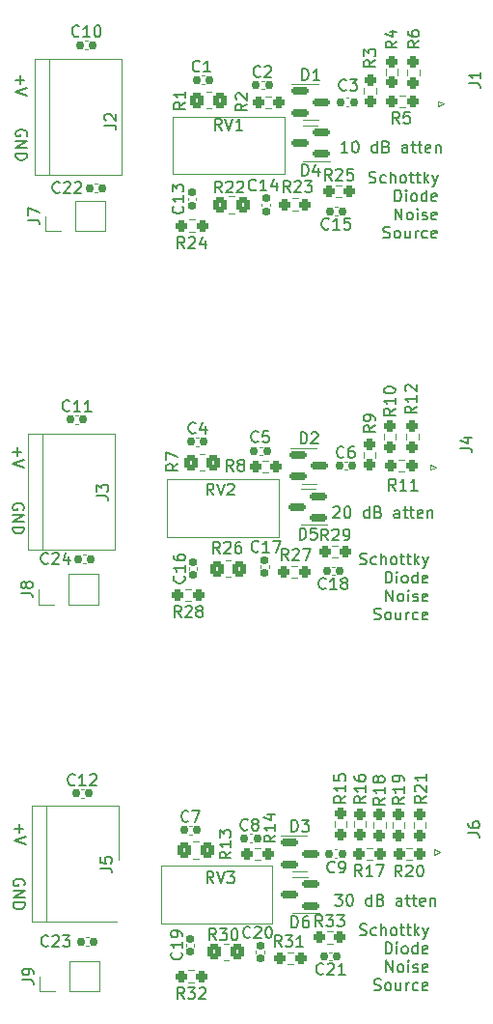
<source format=gbr>
%TF.GenerationSoftware,KiCad,Pcbnew,(6.0.11)*%
%TF.CreationDate,2023-07-15T14:23:29-05:00*%
%TF.ProjectId,SchottkyNoiseSource,5363686f-7474-46b7-994e-6f697365536f,rev?*%
%TF.SameCoordinates,Original*%
%TF.FileFunction,Legend,Top*%
%TF.FilePolarity,Positive*%
%FSLAX46Y46*%
G04 Gerber Fmt 4.6, Leading zero omitted, Abs format (unit mm)*
G04 Created by KiCad (PCBNEW (6.0.11)) date 2023-07-15 14:23:29*
%MOMM*%
%LPD*%
G01*
G04 APERTURE LIST*
G04 Aperture macros list*
%AMRoundRect*
0 Rectangle with rounded corners*
0 $1 Rounding radius*
0 $2 $3 $4 $5 $6 $7 $8 $9 X,Y pos of 4 corners*
0 Add a 4 corners polygon primitive as box body*
4,1,4,$2,$3,$4,$5,$6,$7,$8,$9,$2,$3,0*
0 Add four circle primitives for the rounded corners*
1,1,$1+$1,$2,$3*
1,1,$1+$1,$4,$5*
1,1,$1+$1,$6,$7*
1,1,$1+$1,$8,$9*
0 Add four rect primitives between the rounded corners*
20,1,$1+$1,$2,$3,$4,$5,0*
20,1,$1+$1,$4,$5,$6,$7,0*
20,1,$1+$1,$6,$7,$8,$9,0*
20,1,$1+$1,$8,$9,$2,$3,0*%
G04 Aperture macros list end*
%ADD10C,0.150000*%
%ADD11C,0.120000*%
%ADD12RoundRect,0.237500X-0.250000X-0.237500X0.250000X-0.237500X0.250000X0.237500X-0.250000X0.237500X0*%
%ADD13RoundRect,0.155000X-0.212500X-0.155000X0.212500X-0.155000X0.212500X0.155000X-0.212500X0.155000X0*%
%ADD14RoundRect,0.250000X0.350000X0.450000X-0.350000X0.450000X-0.350000X-0.450000X0.350000X-0.450000X0*%
%ADD15C,1.440000*%
%ADD16R,1.700000X1.700000*%
%ADD17O,1.700000X1.700000*%
%ADD18RoundRect,0.237500X0.237500X-0.250000X0.237500X0.250000X-0.237500X0.250000X-0.237500X-0.250000X0*%
%ADD19RoundRect,0.155000X0.155000X-0.212500X0.155000X0.212500X-0.155000X0.212500X-0.155000X-0.212500X0*%
%ADD20RoundRect,0.155000X0.212500X0.155000X-0.212500X0.155000X-0.212500X-0.155000X0.212500X-0.155000X0*%
%ADD21RoundRect,0.150000X-0.587500X-0.150000X0.587500X-0.150000X0.587500X0.150000X-0.587500X0.150000X0*%
%ADD22RoundRect,0.237500X0.250000X0.237500X-0.250000X0.237500X-0.250000X-0.237500X0.250000X-0.237500X0*%
%ADD23R,5.080000X1.500000*%
%ADD24RoundRect,0.150000X0.587500X0.150000X-0.587500X0.150000X-0.587500X-0.150000X0.587500X-0.150000X0*%
%ADD25R,3.000000X3.000000*%
%ADD26C,3.000000*%
G04 APERTURE END LIST*
D10*
X124569642Y-65045761D02*
X124712500Y-65093380D01*
X124950595Y-65093380D01*
X125045833Y-65045761D01*
X125093452Y-64998142D01*
X125141071Y-64902904D01*
X125141071Y-64807666D01*
X125093452Y-64712428D01*
X125045833Y-64664809D01*
X124950595Y-64617190D01*
X124760119Y-64569571D01*
X124664880Y-64521952D01*
X124617261Y-64474333D01*
X124569642Y-64379095D01*
X124569642Y-64283857D01*
X124617261Y-64188619D01*
X124664880Y-64141000D01*
X124760119Y-64093380D01*
X124998214Y-64093380D01*
X125141071Y-64141000D01*
X125998214Y-65045761D02*
X125902976Y-65093380D01*
X125712500Y-65093380D01*
X125617261Y-65045761D01*
X125569642Y-64998142D01*
X125522023Y-64902904D01*
X125522023Y-64617190D01*
X125569642Y-64521952D01*
X125617261Y-64474333D01*
X125712500Y-64426714D01*
X125902976Y-64426714D01*
X125998214Y-64474333D01*
X126426785Y-65093380D02*
X126426785Y-64093380D01*
X126855357Y-65093380D02*
X126855357Y-64569571D01*
X126807738Y-64474333D01*
X126712500Y-64426714D01*
X126569642Y-64426714D01*
X126474404Y-64474333D01*
X126426785Y-64521952D01*
X127474404Y-65093380D02*
X127379166Y-65045761D01*
X127331547Y-64998142D01*
X127283928Y-64902904D01*
X127283928Y-64617190D01*
X127331547Y-64521952D01*
X127379166Y-64474333D01*
X127474404Y-64426714D01*
X127617261Y-64426714D01*
X127712500Y-64474333D01*
X127760119Y-64521952D01*
X127807738Y-64617190D01*
X127807738Y-64902904D01*
X127760119Y-64998142D01*
X127712500Y-65045761D01*
X127617261Y-65093380D01*
X127474404Y-65093380D01*
X128093452Y-64426714D02*
X128474404Y-64426714D01*
X128236309Y-64093380D02*
X128236309Y-64950523D01*
X128283928Y-65045761D01*
X128379166Y-65093380D01*
X128474404Y-65093380D01*
X128664880Y-64426714D02*
X129045833Y-64426714D01*
X128807738Y-64093380D02*
X128807738Y-64950523D01*
X128855357Y-65045761D01*
X128950595Y-65093380D01*
X129045833Y-65093380D01*
X129379166Y-65093380D02*
X129379166Y-64093380D01*
X129474404Y-64712428D02*
X129760119Y-65093380D01*
X129760119Y-64426714D02*
X129379166Y-64807666D01*
X130093452Y-64426714D02*
X130331547Y-65093380D01*
X130569642Y-64426714D02*
X130331547Y-65093380D01*
X130236309Y-65331476D01*
X130188690Y-65379095D01*
X130093452Y-65426714D01*
X126807738Y-66703380D02*
X126807738Y-65703380D01*
X127045833Y-65703380D01*
X127188690Y-65751000D01*
X127283928Y-65846238D01*
X127331547Y-65941476D01*
X127379166Y-66131952D01*
X127379166Y-66274809D01*
X127331547Y-66465285D01*
X127283928Y-66560523D01*
X127188690Y-66655761D01*
X127045833Y-66703380D01*
X126807738Y-66703380D01*
X127807738Y-66703380D02*
X127807738Y-66036714D01*
X127807738Y-65703380D02*
X127760119Y-65751000D01*
X127807738Y-65798619D01*
X127855357Y-65751000D01*
X127807738Y-65703380D01*
X127807738Y-65798619D01*
X128426785Y-66703380D02*
X128331547Y-66655761D01*
X128283928Y-66608142D01*
X128236309Y-66512904D01*
X128236309Y-66227190D01*
X128283928Y-66131952D01*
X128331547Y-66084333D01*
X128426785Y-66036714D01*
X128569642Y-66036714D01*
X128664880Y-66084333D01*
X128712500Y-66131952D01*
X128760119Y-66227190D01*
X128760119Y-66512904D01*
X128712500Y-66608142D01*
X128664880Y-66655761D01*
X128569642Y-66703380D01*
X128426785Y-66703380D01*
X129617261Y-66703380D02*
X129617261Y-65703380D01*
X129617261Y-66655761D02*
X129522023Y-66703380D01*
X129331547Y-66703380D01*
X129236309Y-66655761D01*
X129188690Y-66608142D01*
X129141071Y-66512904D01*
X129141071Y-66227190D01*
X129188690Y-66131952D01*
X129236309Y-66084333D01*
X129331547Y-66036714D01*
X129522023Y-66036714D01*
X129617261Y-66084333D01*
X130474404Y-66655761D02*
X130379166Y-66703380D01*
X130188690Y-66703380D01*
X130093452Y-66655761D01*
X130045833Y-66560523D01*
X130045833Y-66179571D01*
X130093452Y-66084333D01*
X130188690Y-66036714D01*
X130379166Y-66036714D01*
X130474404Y-66084333D01*
X130522023Y-66179571D01*
X130522023Y-66274809D01*
X130045833Y-66370047D01*
X126855357Y-68313380D02*
X126855357Y-67313380D01*
X127426785Y-68313380D01*
X127426785Y-67313380D01*
X128045833Y-68313380D02*
X127950595Y-68265761D01*
X127902976Y-68218142D01*
X127855357Y-68122904D01*
X127855357Y-67837190D01*
X127902976Y-67741952D01*
X127950595Y-67694333D01*
X128045833Y-67646714D01*
X128188690Y-67646714D01*
X128283928Y-67694333D01*
X128331547Y-67741952D01*
X128379166Y-67837190D01*
X128379166Y-68122904D01*
X128331547Y-68218142D01*
X128283928Y-68265761D01*
X128188690Y-68313380D01*
X128045833Y-68313380D01*
X128807738Y-68313380D02*
X128807738Y-67646714D01*
X128807738Y-67313380D02*
X128760119Y-67361000D01*
X128807738Y-67408619D01*
X128855357Y-67361000D01*
X128807738Y-67313380D01*
X128807738Y-67408619D01*
X129236309Y-68265761D02*
X129331547Y-68313380D01*
X129522023Y-68313380D01*
X129617261Y-68265761D01*
X129664880Y-68170523D01*
X129664880Y-68122904D01*
X129617261Y-68027666D01*
X129522023Y-67980047D01*
X129379166Y-67980047D01*
X129283928Y-67932428D01*
X129236309Y-67837190D01*
X129236309Y-67789571D01*
X129283928Y-67694333D01*
X129379166Y-67646714D01*
X129522023Y-67646714D01*
X129617261Y-67694333D01*
X130474404Y-68265761D02*
X130379166Y-68313380D01*
X130188690Y-68313380D01*
X130093452Y-68265761D01*
X130045833Y-68170523D01*
X130045833Y-67789571D01*
X130093452Y-67694333D01*
X130188690Y-67646714D01*
X130379166Y-67646714D01*
X130474404Y-67694333D01*
X130522023Y-67789571D01*
X130522023Y-67884809D01*
X130045833Y-67980047D01*
X125807738Y-69875761D02*
X125950595Y-69923380D01*
X126188690Y-69923380D01*
X126283928Y-69875761D01*
X126331547Y-69828142D01*
X126379166Y-69732904D01*
X126379166Y-69637666D01*
X126331547Y-69542428D01*
X126283928Y-69494809D01*
X126188690Y-69447190D01*
X125998214Y-69399571D01*
X125902976Y-69351952D01*
X125855357Y-69304333D01*
X125807738Y-69209095D01*
X125807738Y-69113857D01*
X125855357Y-69018619D01*
X125902976Y-68971000D01*
X125998214Y-68923380D01*
X126236309Y-68923380D01*
X126379166Y-68971000D01*
X126950595Y-69923380D02*
X126855357Y-69875761D01*
X126807738Y-69828142D01*
X126760119Y-69732904D01*
X126760119Y-69447190D01*
X126807738Y-69351952D01*
X126855357Y-69304333D01*
X126950595Y-69256714D01*
X127093452Y-69256714D01*
X127188690Y-69304333D01*
X127236309Y-69351952D01*
X127283928Y-69447190D01*
X127283928Y-69732904D01*
X127236309Y-69828142D01*
X127188690Y-69875761D01*
X127093452Y-69923380D01*
X126950595Y-69923380D01*
X128141071Y-69256714D02*
X128141071Y-69923380D01*
X127712500Y-69256714D02*
X127712500Y-69780523D01*
X127760119Y-69875761D01*
X127855357Y-69923380D01*
X127998214Y-69923380D01*
X128093452Y-69875761D01*
X128141071Y-69828142D01*
X128617261Y-69923380D02*
X128617261Y-69256714D01*
X128617261Y-69447190D02*
X128664880Y-69351952D01*
X128712500Y-69304333D01*
X128807738Y-69256714D01*
X128902976Y-69256714D01*
X129664880Y-69875761D02*
X129569642Y-69923380D01*
X129379166Y-69923380D01*
X129283928Y-69875761D01*
X129236309Y-69828142D01*
X129188690Y-69732904D01*
X129188690Y-69447190D01*
X129236309Y-69351952D01*
X129283928Y-69304333D01*
X129379166Y-69256714D01*
X129569642Y-69256714D01*
X129664880Y-69304333D01*
X130474404Y-69875761D02*
X130379166Y-69923380D01*
X130188690Y-69923380D01*
X130093452Y-69875761D01*
X130045833Y-69780523D01*
X130045833Y-69399571D01*
X130093452Y-69304333D01*
X130188690Y-69256714D01*
X130379166Y-69256714D01*
X130474404Y-69304333D01*
X130522023Y-69399571D01*
X130522023Y-69494809D01*
X130045833Y-69590047D01*
X93928571Y-55690476D02*
X93928571Y-56452380D01*
X93547619Y-56071428D02*
X94309523Y-56071428D01*
X94547619Y-56785714D02*
X93547619Y-57119047D01*
X94547619Y-57452380D01*
X93831071Y-121290476D02*
X93831071Y-122052380D01*
X93450119Y-121671428D02*
X94212023Y-121671428D01*
X94450119Y-122385714D02*
X93450119Y-122719047D01*
X94450119Y-123052380D01*
X94282500Y-126648095D02*
X94330119Y-126552857D01*
X94330119Y-126410000D01*
X94282500Y-126267142D01*
X94187261Y-126171904D01*
X94092023Y-126124285D01*
X93901547Y-126076666D01*
X93758690Y-126076666D01*
X93568214Y-126124285D01*
X93472976Y-126171904D01*
X93377738Y-126267142D01*
X93330119Y-126410000D01*
X93330119Y-126505238D01*
X93377738Y-126648095D01*
X93425357Y-126695714D01*
X93758690Y-126695714D01*
X93758690Y-126505238D01*
X93330119Y-127124285D02*
X94330119Y-127124285D01*
X93330119Y-127695714D01*
X94330119Y-127695714D01*
X93330119Y-128171904D02*
X94330119Y-128171904D01*
X94330119Y-128410000D01*
X94282500Y-128552857D01*
X94187261Y-128648095D01*
X94092023Y-128695714D01*
X93901547Y-128743333D01*
X93758690Y-128743333D01*
X93568214Y-128695714D01*
X93472976Y-128648095D01*
X93377738Y-128552857D01*
X93330119Y-128410000D01*
X93330119Y-128171904D01*
X122682476Y-62428380D02*
X122111047Y-62428380D01*
X122396761Y-62428380D02*
X122396761Y-61428380D01*
X122301523Y-61571238D01*
X122206285Y-61666476D01*
X122111047Y-61714095D01*
X123301523Y-61428380D02*
X123396761Y-61428380D01*
X123492000Y-61476000D01*
X123539619Y-61523619D01*
X123587238Y-61618857D01*
X123634857Y-61809333D01*
X123634857Y-62047428D01*
X123587238Y-62237904D01*
X123539619Y-62333142D01*
X123492000Y-62380761D01*
X123396761Y-62428380D01*
X123301523Y-62428380D01*
X123206285Y-62380761D01*
X123158666Y-62333142D01*
X123111047Y-62237904D01*
X123063428Y-62047428D01*
X123063428Y-61809333D01*
X123111047Y-61618857D01*
X123158666Y-61523619D01*
X123206285Y-61476000D01*
X123301523Y-61428380D01*
X125253904Y-62428380D02*
X125253904Y-61428380D01*
X125253904Y-62380761D02*
X125158666Y-62428380D01*
X124968190Y-62428380D01*
X124872952Y-62380761D01*
X124825333Y-62333142D01*
X124777714Y-62237904D01*
X124777714Y-61952190D01*
X124825333Y-61856952D01*
X124872952Y-61809333D01*
X124968190Y-61761714D01*
X125158666Y-61761714D01*
X125253904Y-61809333D01*
X126063428Y-61904571D02*
X126206285Y-61952190D01*
X126253904Y-61999809D01*
X126301523Y-62095047D01*
X126301523Y-62237904D01*
X126253904Y-62333142D01*
X126206285Y-62380761D01*
X126111047Y-62428380D01*
X125730095Y-62428380D01*
X125730095Y-61428380D01*
X126063428Y-61428380D01*
X126158666Y-61476000D01*
X126206285Y-61523619D01*
X126253904Y-61618857D01*
X126253904Y-61714095D01*
X126206285Y-61809333D01*
X126158666Y-61856952D01*
X126063428Y-61904571D01*
X125730095Y-61904571D01*
X127920571Y-62428380D02*
X127920571Y-61904571D01*
X127872952Y-61809333D01*
X127777714Y-61761714D01*
X127587238Y-61761714D01*
X127492000Y-61809333D01*
X127920571Y-62380761D02*
X127825333Y-62428380D01*
X127587238Y-62428380D01*
X127492000Y-62380761D01*
X127444380Y-62285523D01*
X127444380Y-62190285D01*
X127492000Y-62095047D01*
X127587238Y-62047428D01*
X127825333Y-62047428D01*
X127920571Y-61999809D01*
X128253904Y-61761714D02*
X128634857Y-61761714D01*
X128396761Y-61428380D02*
X128396761Y-62285523D01*
X128444380Y-62380761D01*
X128539619Y-62428380D01*
X128634857Y-62428380D01*
X128825333Y-61761714D02*
X129206285Y-61761714D01*
X128968190Y-61428380D02*
X128968190Y-62285523D01*
X129015809Y-62380761D01*
X129111047Y-62428380D01*
X129206285Y-62428380D01*
X129920571Y-62380761D02*
X129825333Y-62428380D01*
X129634857Y-62428380D01*
X129539619Y-62380761D01*
X129492000Y-62285523D01*
X129492000Y-61904571D01*
X129539619Y-61809333D01*
X129634857Y-61761714D01*
X129825333Y-61761714D01*
X129920571Y-61809333D01*
X129968190Y-61904571D01*
X129968190Y-61999809D01*
X129492000Y-62095047D01*
X130396761Y-61761714D02*
X130396761Y-62428380D01*
X130396761Y-61856952D02*
X130444380Y-61809333D01*
X130539619Y-61761714D01*
X130682476Y-61761714D01*
X130777714Y-61809333D01*
X130825333Y-61904571D01*
X130825333Y-62428380D01*
X93654571Y-88280476D02*
X93654571Y-89042380D01*
X93273619Y-88661428D02*
X94035523Y-88661428D01*
X94273619Y-89375714D02*
X93273619Y-89709047D01*
X94273619Y-90042380D01*
X123759642Y-98489761D02*
X123902500Y-98537380D01*
X124140595Y-98537380D01*
X124235833Y-98489761D01*
X124283452Y-98442142D01*
X124331071Y-98346904D01*
X124331071Y-98251666D01*
X124283452Y-98156428D01*
X124235833Y-98108809D01*
X124140595Y-98061190D01*
X123950119Y-98013571D01*
X123854880Y-97965952D01*
X123807261Y-97918333D01*
X123759642Y-97823095D01*
X123759642Y-97727857D01*
X123807261Y-97632619D01*
X123854880Y-97585000D01*
X123950119Y-97537380D01*
X124188214Y-97537380D01*
X124331071Y-97585000D01*
X125188214Y-98489761D02*
X125092976Y-98537380D01*
X124902500Y-98537380D01*
X124807261Y-98489761D01*
X124759642Y-98442142D01*
X124712023Y-98346904D01*
X124712023Y-98061190D01*
X124759642Y-97965952D01*
X124807261Y-97918333D01*
X124902500Y-97870714D01*
X125092976Y-97870714D01*
X125188214Y-97918333D01*
X125616785Y-98537380D02*
X125616785Y-97537380D01*
X126045357Y-98537380D02*
X126045357Y-98013571D01*
X125997738Y-97918333D01*
X125902500Y-97870714D01*
X125759642Y-97870714D01*
X125664404Y-97918333D01*
X125616785Y-97965952D01*
X126664404Y-98537380D02*
X126569166Y-98489761D01*
X126521547Y-98442142D01*
X126473928Y-98346904D01*
X126473928Y-98061190D01*
X126521547Y-97965952D01*
X126569166Y-97918333D01*
X126664404Y-97870714D01*
X126807261Y-97870714D01*
X126902500Y-97918333D01*
X126950119Y-97965952D01*
X126997738Y-98061190D01*
X126997738Y-98346904D01*
X126950119Y-98442142D01*
X126902500Y-98489761D01*
X126807261Y-98537380D01*
X126664404Y-98537380D01*
X127283452Y-97870714D02*
X127664404Y-97870714D01*
X127426309Y-97537380D02*
X127426309Y-98394523D01*
X127473928Y-98489761D01*
X127569166Y-98537380D01*
X127664404Y-98537380D01*
X127854880Y-97870714D02*
X128235833Y-97870714D01*
X127997738Y-97537380D02*
X127997738Y-98394523D01*
X128045357Y-98489761D01*
X128140595Y-98537380D01*
X128235833Y-98537380D01*
X128569166Y-98537380D02*
X128569166Y-97537380D01*
X128664404Y-98156428D02*
X128950119Y-98537380D01*
X128950119Y-97870714D02*
X128569166Y-98251666D01*
X129283452Y-97870714D02*
X129521547Y-98537380D01*
X129759642Y-97870714D02*
X129521547Y-98537380D01*
X129426309Y-98775476D01*
X129378690Y-98823095D01*
X129283452Y-98870714D01*
X125997738Y-100147380D02*
X125997738Y-99147380D01*
X126235833Y-99147380D01*
X126378690Y-99195000D01*
X126473928Y-99290238D01*
X126521547Y-99385476D01*
X126569166Y-99575952D01*
X126569166Y-99718809D01*
X126521547Y-99909285D01*
X126473928Y-100004523D01*
X126378690Y-100099761D01*
X126235833Y-100147380D01*
X125997738Y-100147380D01*
X126997738Y-100147380D02*
X126997738Y-99480714D01*
X126997738Y-99147380D02*
X126950119Y-99195000D01*
X126997738Y-99242619D01*
X127045357Y-99195000D01*
X126997738Y-99147380D01*
X126997738Y-99242619D01*
X127616785Y-100147380D02*
X127521547Y-100099761D01*
X127473928Y-100052142D01*
X127426309Y-99956904D01*
X127426309Y-99671190D01*
X127473928Y-99575952D01*
X127521547Y-99528333D01*
X127616785Y-99480714D01*
X127759642Y-99480714D01*
X127854880Y-99528333D01*
X127902500Y-99575952D01*
X127950119Y-99671190D01*
X127950119Y-99956904D01*
X127902500Y-100052142D01*
X127854880Y-100099761D01*
X127759642Y-100147380D01*
X127616785Y-100147380D01*
X128807261Y-100147380D02*
X128807261Y-99147380D01*
X128807261Y-100099761D02*
X128712023Y-100147380D01*
X128521547Y-100147380D01*
X128426309Y-100099761D01*
X128378690Y-100052142D01*
X128331071Y-99956904D01*
X128331071Y-99671190D01*
X128378690Y-99575952D01*
X128426309Y-99528333D01*
X128521547Y-99480714D01*
X128712023Y-99480714D01*
X128807261Y-99528333D01*
X129664404Y-100099761D02*
X129569166Y-100147380D01*
X129378690Y-100147380D01*
X129283452Y-100099761D01*
X129235833Y-100004523D01*
X129235833Y-99623571D01*
X129283452Y-99528333D01*
X129378690Y-99480714D01*
X129569166Y-99480714D01*
X129664404Y-99528333D01*
X129712023Y-99623571D01*
X129712023Y-99718809D01*
X129235833Y-99814047D01*
X126045357Y-101757380D02*
X126045357Y-100757380D01*
X126616785Y-101757380D01*
X126616785Y-100757380D01*
X127235833Y-101757380D02*
X127140595Y-101709761D01*
X127092976Y-101662142D01*
X127045357Y-101566904D01*
X127045357Y-101281190D01*
X127092976Y-101185952D01*
X127140595Y-101138333D01*
X127235833Y-101090714D01*
X127378690Y-101090714D01*
X127473928Y-101138333D01*
X127521547Y-101185952D01*
X127569166Y-101281190D01*
X127569166Y-101566904D01*
X127521547Y-101662142D01*
X127473928Y-101709761D01*
X127378690Y-101757380D01*
X127235833Y-101757380D01*
X127997738Y-101757380D02*
X127997738Y-101090714D01*
X127997738Y-100757380D02*
X127950119Y-100805000D01*
X127997738Y-100852619D01*
X128045357Y-100805000D01*
X127997738Y-100757380D01*
X127997738Y-100852619D01*
X128426309Y-101709761D02*
X128521547Y-101757380D01*
X128712023Y-101757380D01*
X128807261Y-101709761D01*
X128854880Y-101614523D01*
X128854880Y-101566904D01*
X128807261Y-101471666D01*
X128712023Y-101424047D01*
X128569166Y-101424047D01*
X128473928Y-101376428D01*
X128426309Y-101281190D01*
X128426309Y-101233571D01*
X128473928Y-101138333D01*
X128569166Y-101090714D01*
X128712023Y-101090714D01*
X128807261Y-101138333D01*
X129664404Y-101709761D02*
X129569166Y-101757380D01*
X129378690Y-101757380D01*
X129283452Y-101709761D01*
X129235833Y-101614523D01*
X129235833Y-101233571D01*
X129283452Y-101138333D01*
X129378690Y-101090714D01*
X129569166Y-101090714D01*
X129664404Y-101138333D01*
X129712023Y-101233571D01*
X129712023Y-101328809D01*
X129235833Y-101424047D01*
X124997738Y-103319761D02*
X125140595Y-103367380D01*
X125378690Y-103367380D01*
X125473928Y-103319761D01*
X125521547Y-103272142D01*
X125569166Y-103176904D01*
X125569166Y-103081666D01*
X125521547Y-102986428D01*
X125473928Y-102938809D01*
X125378690Y-102891190D01*
X125188214Y-102843571D01*
X125092976Y-102795952D01*
X125045357Y-102748333D01*
X124997738Y-102653095D01*
X124997738Y-102557857D01*
X125045357Y-102462619D01*
X125092976Y-102415000D01*
X125188214Y-102367380D01*
X125426309Y-102367380D01*
X125569166Y-102415000D01*
X126140595Y-103367380D02*
X126045357Y-103319761D01*
X125997738Y-103272142D01*
X125950119Y-103176904D01*
X125950119Y-102891190D01*
X125997738Y-102795952D01*
X126045357Y-102748333D01*
X126140595Y-102700714D01*
X126283452Y-102700714D01*
X126378690Y-102748333D01*
X126426309Y-102795952D01*
X126473928Y-102891190D01*
X126473928Y-103176904D01*
X126426309Y-103272142D01*
X126378690Y-103319761D01*
X126283452Y-103367380D01*
X126140595Y-103367380D01*
X127331071Y-102700714D02*
X127331071Y-103367380D01*
X126902500Y-102700714D02*
X126902500Y-103224523D01*
X126950119Y-103319761D01*
X127045357Y-103367380D01*
X127188214Y-103367380D01*
X127283452Y-103319761D01*
X127331071Y-103272142D01*
X127807261Y-103367380D02*
X127807261Y-102700714D01*
X127807261Y-102891190D02*
X127854880Y-102795952D01*
X127902500Y-102748333D01*
X127997738Y-102700714D01*
X128092976Y-102700714D01*
X128854880Y-103319761D02*
X128759642Y-103367380D01*
X128569166Y-103367380D01*
X128473928Y-103319761D01*
X128426309Y-103272142D01*
X128378690Y-103176904D01*
X128378690Y-102891190D01*
X128426309Y-102795952D01*
X128473928Y-102748333D01*
X128569166Y-102700714D01*
X128759642Y-102700714D01*
X128854880Y-102748333D01*
X129664404Y-103319761D02*
X129569166Y-103367380D01*
X129378690Y-103367380D01*
X129283452Y-103319761D01*
X129235833Y-103224523D01*
X129235833Y-102843571D01*
X129283452Y-102748333D01*
X129378690Y-102700714D01*
X129569166Y-102700714D01*
X129664404Y-102748333D01*
X129712023Y-102843571D01*
X129712023Y-102938809D01*
X129235833Y-103034047D01*
X94226000Y-93726095D02*
X94273619Y-93630857D01*
X94273619Y-93488000D01*
X94226000Y-93345142D01*
X94130761Y-93249904D01*
X94035523Y-93202285D01*
X93845047Y-93154666D01*
X93702190Y-93154666D01*
X93511714Y-93202285D01*
X93416476Y-93249904D01*
X93321238Y-93345142D01*
X93273619Y-93488000D01*
X93273619Y-93583238D01*
X93321238Y-93726095D01*
X93368857Y-93773714D01*
X93702190Y-93773714D01*
X93702190Y-93583238D01*
X93273619Y-94202285D02*
X94273619Y-94202285D01*
X93273619Y-94773714D01*
X94273619Y-94773714D01*
X93273619Y-95249904D02*
X94273619Y-95249904D01*
X94273619Y-95488000D01*
X94226000Y-95630857D01*
X94130761Y-95726095D01*
X94035523Y-95773714D01*
X93845047Y-95821333D01*
X93702190Y-95821333D01*
X93511714Y-95773714D01*
X93416476Y-95726095D01*
X93321238Y-95630857D01*
X93273619Y-95488000D01*
X93273619Y-95249904D01*
X94500000Y-60988095D02*
X94547619Y-60892857D01*
X94547619Y-60750000D01*
X94500000Y-60607142D01*
X94404761Y-60511904D01*
X94309523Y-60464285D01*
X94119047Y-60416666D01*
X93976190Y-60416666D01*
X93785714Y-60464285D01*
X93690476Y-60511904D01*
X93595238Y-60607142D01*
X93547619Y-60750000D01*
X93547619Y-60845238D01*
X93595238Y-60988095D01*
X93642857Y-61035714D01*
X93976190Y-61035714D01*
X93976190Y-60845238D01*
X93547619Y-61464285D02*
X94547619Y-61464285D01*
X93547619Y-62035714D01*
X94547619Y-62035714D01*
X93547619Y-62511904D02*
X94547619Y-62511904D01*
X94547619Y-62750000D01*
X94500000Y-62892857D01*
X94404761Y-62988095D01*
X94309523Y-63035714D01*
X94119047Y-63083333D01*
X93976190Y-63083333D01*
X93785714Y-63035714D01*
X93690476Y-62988095D01*
X93595238Y-62892857D01*
X93547619Y-62750000D01*
X93547619Y-62511904D01*
X121571428Y-127452380D02*
X122190476Y-127452380D01*
X121857142Y-127833333D01*
X122000000Y-127833333D01*
X122095238Y-127880952D01*
X122142857Y-127928571D01*
X122190476Y-128023809D01*
X122190476Y-128261904D01*
X122142857Y-128357142D01*
X122095238Y-128404761D01*
X122000000Y-128452380D01*
X121714285Y-128452380D01*
X121619047Y-128404761D01*
X121571428Y-128357142D01*
X122809523Y-127452380D02*
X122904761Y-127452380D01*
X123000000Y-127500000D01*
X123047619Y-127547619D01*
X123095238Y-127642857D01*
X123142857Y-127833333D01*
X123142857Y-128071428D01*
X123095238Y-128261904D01*
X123047619Y-128357142D01*
X123000000Y-128404761D01*
X122904761Y-128452380D01*
X122809523Y-128452380D01*
X122714285Y-128404761D01*
X122666666Y-128357142D01*
X122619047Y-128261904D01*
X122571428Y-128071428D01*
X122571428Y-127833333D01*
X122619047Y-127642857D01*
X122666666Y-127547619D01*
X122714285Y-127500000D01*
X122809523Y-127452380D01*
X124761904Y-128452380D02*
X124761904Y-127452380D01*
X124761904Y-128404761D02*
X124666666Y-128452380D01*
X124476190Y-128452380D01*
X124380952Y-128404761D01*
X124333333Y-128357142D01*
X124285714Y-128261904D01*
X124285714Y-127976190D01*
X124333333Y-127880952D01*
X124380952Y-127833333D01*
X124476190Y-127785714D01*
X124666666Y-127785714D01*
X124761904Y-127833333D01*
X125571428Y-127928571D02*
X125714285Y-127976190D01*
X125761904Y-128023809D01*
X125809523Y-128119047D01*
X125809523Y-128261904D01*
X125761904Y-128357142D01*
X125714285Y-128404761D01*
X125619047Y-128452380D01*
X125238095Y-128452380D01*
X125238095Y-127452380D01*
X125571428Y-127452380D01*
X125666666Y-127500000D01*
X125714285Y-127547619D01*
X125761904Y-127642857D01*
X125761904Y-127738095D01*
X125714285Y-127833333D01*
X125666666Y-127880952D01*
X125571428Y-127928571D01*
X125238095Y-127928571D01*
X127428571Y-128452380D02*
X127428571Y-127928571D01*
X127380952Y-127833333D01*
X127285714Y-127785714D01*
X127095238Y-127785714D01*
X127000000Y-127833333D01*
X127428571Y-128404761D02*
X127333333Y-128452380D01*
X127095238Y-128452380D01*
X127000000Y-128404761D01*
X126952380Y-128309523D01*
X126952380Y-128214285D01*
X127000000Y-128119047D01*
X127095238Y-128071428D01*
X127333333Y-128071428D01*
X127428571Y-128023809D01*
X127761904Y-127785714D02*
X128142857Y-127785714D01*
X127904761Y-127452380D02*
X127904761Y-128309523D01*
X127952380Y-128404761D01*
X128047619Y-128452380D01*
X128142857Y-128452380D01*
X128333333Y-127785714D02*
X128714285Y-127785714D01*
X128476190Y-127452380D02*
X128476190Y-128309523D01*
X128523809Y-128404761D01*
X128619047Y-128452380D01*
X128714285Y-128452380D01*
X129428571Y-128404761D02*
X129333333Y-128452380D01*
X129142857Y-128452380D01*
X129047619Y-128404761D01*
X129000000Y-128309523D01*
X129000000Y-127928571D01*
X129047619Y-127833333D01*
X129142857Y-127785714D01*
X129333333Y-127785714D01*
X129428571Y-127833333D01*
X129476190Y-127928571D01*
X129476190Y-128023809D01*
X129000000Y-128119047D01*
X129904761Y-127785714D02*
X129904761Y-128452380D01*
X129904761Y-127880952D02*
X129952380Y-127833333D01*
X130047619Y-127785714D01*
X130190476Y-127785714D01*
X130285714Y-127833333D01*
X130333333Y-127928571D01*
X130333333Y-128452380D01*
X121419047Y-93547619D02*
X121466666Y-93500000D01*
X121561904Y-93452380D01*
X121800000Y-93452380D01*
X121895238Y-93500000D01*
X121942857Y-93547619D01*
X121990476Y-93642857D01*
X121990476Y-93738095D01*
X121942857Y-93880952D01*
X121371428Y-94452380D01*
X121990476Y-94452380D01*
X122609523Y-93452380D02*
X122704761Y-93452380D01*
X122800000Y-93500000D01*
X122847619Y-93547619D01*
X122895238Y-93642857D01*
X122942857Y-93833333D01*
X122942857Y-94071428D01*
X122895238Y-94261904D01*
X122847619Y-94357142D01*
X122800000Y-94404761D01*
X122704761Y-94452380D01*
X122609523Y-94452380D01*
X122514285Y-94404761D01*
X122466666Y-94357142D01*
X122419047Y-94261904D01*
X122371428Y-94071428D01*
X122371428Y-93833333D01*
X122419047Y-93642857D01*
X122466666Y-93547619D01*
X122514285Y-93500000D01*
X122609523Y-93452380D01*
X124561904Y-94452380D02*
X124561904Y-93452380D01*
X124561904Y-94404761D02*
X124466666Y-94452380D01*
X124276190Y-94452380D01*
X124180952Y-94404761D01*
X124133333Y-94357142D01*
X124085714Y-94261904D01*
X124085714Y-93976190D01*
X124133333Y-93880952D01*
X124180952Y-93833333D01*
X124276190Y-93785714D01*
X124466666Y-93785714D01*
X124561904Y-93833333D01*
X125371428Y-93928571D02*
X125514285Y-93976190D01*
X125561904Y-94023809D01*
X125609523Y-94119047D01*
X125609523Y-94261904D01*
X125561904Y-94357142D01*
X125514285Y-94404761D01*
X125419047Y-94452380D01*
X125038095Y-94452380D01*
X125038095Y-93452380D01*
X125371428Y-93452380D01*
X125466666Y-93500000D01*
X125514285Y-93547619D01*
X125561904Y-93642857D01*
X125561904Y-93738095D01*
X125514285Y-93833333D01*
X125466666Y-93880952D01*
X125371428Y-93928571D01*
X125038095Y-93928571D01*
X127228571Y-94452380D02*
X127228571Y-93928571D01*
X127180952Y-93833333D01*
X127085714Y-93785714D01*
X126895238Y-93785714D01*
X126800000Y-93833333D01*
X127228571Y-94404761D02*
X127133333Y-94452380D01*
X126895238Y-94452380D01*
X126800000Y-94404761D01*
X126752380Y-94309523D01*
X126752380Y-94214285D01*
X126800000Y-94119047D01*
X126895238Y-94071428D01*
X127133333Y-94071428D01*
X127228571Y-94023809D01*
X127561904Y-93785714D02*
X127942857Y-93785714D01*
X127704761Y-93452380D02*
X127704761Y-94309523D01*
X127752380Y-94404761D01*
X127847619Y-94452380D01*
X127942857Y-94452380D01*
X128133333Y-93785714D02*
X128514285Y-93785714D01*
X128276190Y-93452380D02*
X128276190Y-94309523D01*
X128323809Y-94404761D01*
X128419047Y-94452380D01*
X128514285Y-94452380D01*
X129228571Y-94404761D02*
X129133333Y-94452380D01*
X128942857Y-94452380D01*
X128847619Y-94404761D01*
X128800000Y-94309523D01*
X128800000Y-93928571D01*
X128847619Y-93833333D01*
X128942857Y-93785714D01*
X129133333Y-93785714D01*
X129228571Y-93833333D01*
X129276190Y-93928571D01*
X129276190Y-94023809D01*
X128800000Y-94119047D01*
X129704761Y-93785714D02*
X129704761Y-94452380D01*
X129704761Y-93880952D02*
X129752380Y-93833333D01*
X129847619Y-93785714D01*
X129990476Y-93785714D01*
X130085714Y-93833333D01*
X130133333Y-93928571D01*
X130133333Y-94452380D01*
X123759642Y-130989761D02*
X123902500Y-131037380D01*
X124140595Y-131037380D01*
X124235833Y-130989761D01*
X124283452Y-130942142D01*
X124331071Y-130846904D01*
X124331071Y-130751666D01*
X124283452Y-130656428D01*
X124235833Y-130608809D01*
X124140595Y-130561190D01*
X123950119Y-130513571D01*
X123854880Y-130465952D01*
X123807261Y-130418333D01*
X123759642Y-130323095D01*
X123759642Y-130227857D01*
X123807261Y-130132619D01*
X123854880Y-130085000D01*
X123950119Y-130037380D01*
X124188214Y-130037380D01*
X124331071Y-130085000D01*
X125188214Y-130989761D02*
X125092976Y-131037380D01*
X124902500Y-131037380D01*
X124807261Y-130989761D01*
X124759642Y-130942142D01*
X124712023Y-130846904D01*
X124712023Y-130561190D01*
X124759642Y-130465952D01*
X124807261Y-130418333D01*
X124902500Y-130370714D01*
X125092976Y-130370714D01*
X125188214Y-130418333D01*
X125616785Y-131037380D02*
X125616785Y-130037380D01*
X126045357Y-131037380D02*
X126045357Y-130513571D01*
X125997738Y-130418333D01*
X125902500Y-130370714D01*
X125759642Y-130370714D01*
X125664404Y-130418333D01*
X125616785Y-130465952D01*
X126664404Y-131037380D02*
X126569166Y-130989761D01*
X126521547Y-130942142D01*
X126473928Y-130846904D01*
X126473928Y-130561190D01*
X126521547Y-130465952D01*
X126569166Y-130418333D01*
X126664404Y-130370714D01*
X126807261Y-130370714D01*
X126902500Y-130418333D01*
X126950119Y-130465952D01*
X126997738Y-130561190D01*
X126997738Y-130846904D01*
X126950119Y-130942142D01*
X126902500Y-130989761D01*
X126807261Y-131037380D01*
X126664404Y-131037380D01*
X127283452Y-130370714D02*
X127664404Y-130370714D01*
X127426309Y-130037380D02*
X127426309Y-130894523D01*
X127473928Y-130989761D01*
X127569166Y-131037380D01*
X127664404Y-131037380D01*
X127854880Y-130370714D02*
X128235833Y-130370714D01*
X127997738Y-130037380D02*
X127997738Y-130894523D01*
X128045357Y-130989761D01*
X128140595Y-131037380D01*
X128235833Y-131037380D01*
X128569166Y-131037380D02*
X128569166Y-130037380D01*
X128664404Y-130656428D02*
X128950119Y-131037380D01*
X128950119Y-130370714D02*
X128569166Y-130751666D01*
X129283452Y-130370714D02*
X129521547Y-131037380D01*
X129759642Y-130370714D02*
X129521547Y-131037380D01*
X129426309Y-131275476D01*
X129378690Y-131323095D01*
X129283452Y-131370714D01*
X125997738Y-132647380D02*
X125997738Y-131647380D01*
X126235833Y-131647380D01*
X126378690Y-131695000D01*
X126473928Y-131790238D01*
X126521547Y-131885476D01*
X126569166Y-132075952D01*
X126569166Y-132218809D01*
X126521547Y-132409285D01*
X126473928Y-132504523D01*
X126378690Y-132599761D01*
X126235833Y-132647380D01*
X125997738Y-132647380D01*
X126997738Y-132647380D02*
X126997738Y-131980714D01*
X126997738Y-131647380D02*
X126950119Y-131695000D01*
X126997738Y-131742619D01*
X127045357Y-131695000D01*
X126997738Y-131647380D01*
X126997738Y-131742619D01*
X127616785Y-132647380D02*
X127521547Y-132599761D01*
X127473928Y-132552142D01*
X127426309Y-132456904D01*
X127426309Y-132171190D01*
X127473928Y-132075952D01*
X127521547Y-132028333D01*
X127616785Y-131980714D01*
X127759642Y-131980714D01*
X127854880Y-132028333D01*
X127902500Y-132075952D01*
X127950119Y-132171190D01*
X127950119Y-132456904D01*
X127902500Y-132552142D01*
X127854880Y-132599761D01*
X127759642Y-132647380D01*
X127616785Y-132647380D01*
X128807261Y-132647380D02*
X128807261Y-131647380D01*
X128807261Y-132599761D02*
X128712023Y-132647380D01*
X128521547Y-132647380D01*
X128426309Y-132599761D01*
X128378690Y-132552142D01*
X128331071Y-132456904D01*
X128331071Y-132171190D01*
X128378690Y-132075952D01*
X128426309Y-132028333D01*
X128521547Y-131980714D01*
X128712023Y-131980714D01*
X128807261Y-132028333D01*
X129664404Y-132599761D02*
X129569166Y-132647380D01*
X129378690Y-132647380D01*
X129283452Y-132599761D01*
X129235833Y-132504523D01*
X129235833Y-132123571D01*
X129283452Y-132028333D01*
X129378690Y-131980714D01*
X129569166Y-131980714D01*
X129664404Y-132028333D01*
X129712023Y-132123571D01*
X129712023Y-132218809D01*
X129235833Y-132314047D01*
X126045357Y-134257380D02*
X126045357Y-133257380D01*
X126616785Y-134257380D01*
X126616785Y-133257380D01*
X127235833Y-134257380D02*
X127140595Y-134209761D01*
X127092976Y-134162142D01*
X127045357Y-134066904D01*
X127045357Y-133781190D01*
X127092976Y-133685952D01*
X127140595Y-133638333D01*
X127235833Y-133590714D01*
X127378690Y-133590714D01*
X127473928Y-133638333D01*
X127521547Y-133685952D01*
X127569166Y-133781190D01*
X127569166Y-134066904D01*
X127521547Y-134162142D01*
X127473928Y-134209761D01*
X127378690Y-134257380D01*
X127235833Y-134257380D01*
X127997738Y-134257380D02*
X127997738Y-133590714D01*
X127997738Y-133257380D02*
X127950119Y-133305000D01*
X127997738Y-133352619D01*
X128045357Y-133305000D01*
X127997738Y-133257380D01*
X127997738Y-133352619D01*
X128426309Y-134209761D02*
X128521547Y-134257380D01*
X128712023Y-134257380D01*
X128807261Y-134209761D01*
X128854880Y-134114523D01*
X128854880Y-134066904D01*
X128807261Y-133971666D01*
X128712023Y-133924047D01*
X128569166Y-133924047D01*
X128473928Y-133876428D01*
X128426309Y-133781190D01*
X128426309Y-133733571D01*
X128473928Y-133638333D01*
X128569166Y-133590714D01*
X128712023Y-133590714D01*
X128807261Y-133638333D01*
X129664404Y-134209761D02*
X129569166Y-134257380D01*
X129378690Y-134257380D01*
X129283452Y-134209761D01*
X129235833Y-134114523D01*
X129235833Y-133733571D01*
X129283452Y-133638333D01*
X129378690Y-133590714D01*
X129569166Y-133590714D01*
X129664404Y-133638333D01*
X129712023Y-133733571D01*
X129712023Y-133828809D01*
X129235833Y-133924047D01*
X124997738Y-135819761D02*
X125140595Y-135867380D01*
X125378690Y-135867380D01*
X125473928Y-135819761D01*
X125521547Y-135772142D01*
X125569166Y-135676904D01*
X125569166Y-135581666D01*
X125521547Y-135486428D01*
X125473928Y-135438809D01*
X125378690Y-135391190D01*
X125188214Y-135343571D01*
X125092976Y-135295952D01*
X125045357Y-135248333D01*
X124997738Y-135153095D01*
X124997738Y-135057857D01*
X125045357Y-134962619D01*
X125092976Y-134915000D01*
X125188214Y-134867380D01*
X125426309Y-134867380D01*
X125569166Y-134915000D01*
X126140595Y-135867380D02*
X126045357Y-135819761D01*
X125997738Y-135772142D01*
X125950119Y-135676904D01*
X125950119Y-135391190D01*
X125997738Y-135295952D01*
X126045357Y-135248333D01*
X126140595Y-135200714D01*
X126283452Y-135200714D01*
X126378690Y-135248333D01*
X126426309Y-135295952D01*
X126473928Y-135391190D01*
X126473928Y-135676904D01*
X126426309Y-135772142D01*
X126378690Y-135819761D01*
X126283452Y-135867380D01*
X126140595Y-135867380D01*
X127331071Y-135200714D02*
X127331071Y-135867380D01*
X126902500Y-135200714D02*
X126902500Y-135724523D01*
X126950119Y-135819761D01*
X127045357Y-135867380D01*
X127188214Y-135867380D01*
X127283452Y-135819761D01*
X127331071Y-135772142D01*
X127807261Y-135867380D02*
X127807261Y-135200714D01*
X127807261Y-135391190D02*
X127854880Y-135295952D01*
X127902500Y-135248333D01*
X127997738Y-135200714D01*
X128092976Y-135200714D01*
X128854880Y-135819761D02*
X128759642Y-135867380D01*
X128569166Y-135867380D01*
X128473928Y-135819761D01*
X128426309Y-135772142D01*
X128378690Y-135676904D01*
X128378690Y-135391190D01*
X128426309Y-135295952D01*
X128473928Y-135248333D01*
X128569166Y-135200714D01*
X128759642Y-135200714D01*
X128854880Y-135248333D01*
X129664404Y-135819761D02*
X129569166Y-135867380D01*
X129378690Y-135867380D01*
X129283452Y-135819761D01*
X129235833Y-135724523D01*
X129235833Y-135343571D01*
X129283452Y-135248333D01*
X129378690Y-135200714D01*
X129569166Y-135200714D01*
X129664404Y-135248333D01*
X129712023Y-135343571D01*
X129712023Y-135438809D01*
X129235833Y-135534047D01*
%TO.C,R11*%
X126897142Y-92032380D02*
X126563809Y-91556190D01*
X126325714Y-92032380D02*
X126325714Y-91032380D01*
X126706666Y-91032380D01*
X126801904Y-91080000D01*
X126849523Y-91127619D01*
X126897142Y-91222857D01*
X126897142Y-91365714D01*
X126849523Y-91460952D01*
X126801904Y-91508571D01*
X126706666Y-91556190D01*
X126325714Y-91556190D01*
X127849523Y-92032380D02*
X127278095Y-92032380D01*
X127563809Y-92032380D02*
X127563809Y-91032380D01*
X127468571Y-91175238D01*
X127373333Y-91270476D01*
X127278095Y-91318095D01*
X128801904Y-92032380D02*
X128230476Y-92032380D01*
X128516190Y-92032380D02*
X128516190Y-91032380D01*
X128420952Y-91175238D01*
X128325714Y-91270476D01*
X128230476Y-91318095D01*
%TO.C,C6*%
X122343333Y-89087142D02*
X122295714Y-89134761D01*
X122152857Y-89182380D01*
X122057619Y-89182380D01*
X121914761Y-89134761D01*
X121819523Y-89039523D01*
X121771904Y-88944285D01*
X121724285Y-88753809D01*
X121724285Y-88610952D01*
X121771904Y-88420476D01*
X121819523Y-88325238D01*
X121914761Y-88230000D01*
X122057619Y-88182380D01*
X122152857Y-88182380D01*
X122295714Y-88230000D01*
X122343333Y-88277619D01*
X123200476Y-88182380D02*
X123010000Y-88182380D01*
X122914761Y-88230000D01*
X122867142Y-88277619D01*
X122771904Y-88420476D01*
X122724285Y-88610952D01*
X122724285Y-88991904D01*
X122771904Y-89087142D01*
X122819523Y-89134761D01*
X122914761Y-89182380D01*
X123105238Y-89182380D01*
X123200476Y-89134761D01*
X123248095Y-89087142D01*
X123295714Y-88991904D01*
X123295714Y-88753809D01*
X123248095Y-88658571D01*
X123200476Y-88610952D01*
X123105238Y-88563333D01*
X122914761Y-88563333D01*
X122819523Y-88610952D01*
X122771904Y-88658571D01*
X122724285Y-88753809D01*
%TO.C,R1*%
X108422380Y-58016666D02*
X107946190Y-58350000D01*
X108422380Y-58588095D02*
X107422380Y-58588095D01*
X107422380Y-58207142D01*
X107470000Y-58111904D01*
X107517619Y-58064285D01*
X107612857Y-58016666D01*
X107755714Y-58016666D01*
X107850952Y-58064285D01*
X107898571Y-58111904D01*
X107946190Y-58207142D01*
X107946190Y-58588095D01*
X108422380Y-57064285D02*
X108422380Y-57635714D01*
X108422380Y-57350000D02*
X107422380Y-57350000D01*
X107565238Y-57445238D01*
X107660476Y-57540476D01*
X107708095Y-57635714D01*
%TO.C,R33*%
X120457142Y-130242380D02*
X120123809Y-129766190D01*
X119885714Y-130242380D02*
X119885714Y-129242380D01*
X120266666Y-129242380D01*
X120361904Y-129290000D01*
X120409523Y-129337619D01*
X120457142Y-129432857D01*
X120457142Y-129575714D01*
X120409523Y-129670952D01*
X120361904Y-129718571D01*
X120266666Y-129766190D01*
X119885714Y-129766190D01*
X120790476Y-129242380D02*
X121409523Y-129242380D01*
X121076190Y-129623333D01*
X121219047Y-129623333D01*
X121314285Y-129670952D01*
X121361904Y-129718571D01*
X121409523Y-129813809D01*
X121409523Y-130051904D01*
X121361904Y-130147142D01*
X121314285Y-130194761D01*
X121219047Y-130242380D01*
X120933333Y-130242380D01*
X120838095Y-130194761D01*
X120790476Y-130147142D01*
X121742857Y-129242380D02*
X122361904Y-129242380D01*
X122028571Y-129623333D01*
X122171428Y-129623333D01*
X122266666Y-129670952D01*
X122314285Y-129718571D01*
X122361904Y-129813809D01*
X122361904Y-130051904D01*
X122314285Y-130147142D01*
X122266666Y-130194761D01*
X122171428Y-130242380D01*
X121885714Y-130242380D01*
X121790476Y-130194761D01*
X121742857Y-130147142D01*
%TO.C,R26*%
X111457142Y-97552380D02*
X111123809Y-97076190D01*
X110885714Y-97552380D02*
X110885714Y-96552380D01*
X111266666Y-96552380D01*
X111361904Y-96600000D01*
X111409523Y-96647619D01*
X111457142Y-96742857D01*
X111457142Y-96885714D01*
X111409523Y-96980952D01*
X111361904Y-97028571D01*
X111266666Y-97076190D01*
X110885714Y-97076190D01*
X111838095Y-96647619D02*
X111885714Y-96600000D01*
X111980952Y-96552380D01*
X112219047Y-96552380D01*
X112314285Y-96600000D01*
X112361904Y-96647619D01*
X112409523Y-96742857D01*
X112409523Y-96838095D01*
X112361904Y-96980952D01*
X111790476Y-97552380D01*
X112409523Y-97552380D01*
X113266666Y-96552380D02*
X113076190Y-96552380D01*
X112980952Y-96600000D01*
X112933333Y-96647619D01*
X112838095Y-96790476D01*
X112790476Y-96980952D01*
X112790476Y-97361904D01*
X112838095Y-97457142D01*
X112885714Y-97504761D01*
X112980952Y-97552380D01*
X113171428Y-97552380D01*
X113266666Y-97504761D01*
X113314285Y-97457142D01*
X113361904Y-97361904D01*
X113361904Y-97123809D01*
X113314285Y-97028571D01*
X113266666Y-96980952D01*
X113171428Y-96933333D01*
X112980952Y-96933333D01*
X112885714Y-96980952D01*
X112838095Y-97028571D01*
X112790476Y-97123809D01*
%TO.C,R32*%
X108323142Y-136596380D02*
X107989809Y-136120190D01*
X107751714Y-136596380D02*
X107751714Y-135596380D01*
X108132666Y-135596380D01*
X108227904Y-135644000D01*
X108275523Y-135691619D01*
X108323142Y-135786857D01*
X108323142Y-135929714D01*
X108275523Y-136024952D01*
X108227904Y-136072571D01*
X108132666Y-136120190D01*
X107751714Y-136120190D01*
X108656476Y-135596380D02*
X109275523Y-135596380D01*
X108942190Y-135977333D01*
X109085047Y-135977333D01*
X109180285Y-136024952D01*
X109227904Y-136072571D01*
X109275523Y-136167809D01*
X109275523Y-136405904D01*
X109227904Y-136501142D01*
X109180285Y-136548761D01*
X109085047Y-136596380D01*
X108799333Y-136596380D01*
X108704095Y-136548761D01*
X108656476Y-136501142D01*
X109656476Y-135691619D02*
X109704095Y-135644000D01*
X109799333Y-135596380D01*
X110037428Y-135596380D01*
X110132666Y-135644000D01*
X110180285Y-135691619D01*
X110227904Y-135786857D01*
X110227904Y-135882095D01*
X110180285Y-136024952D01*
X109608857Y-136596380D01*
X110227904Y-136596380D01*
%TO.C,RV1*%
X111634761Y-60452380D02*
X111301428Y-59976190D01*
X111063333Y-60452380D02*
X111063333Y-59452380D01*
X111444285Y-59452380D01*
X111539523Y-59500000D01*
X111587142Y-59547619D01*
X111634761Y-59642857D01*
X111634761Y-59785714D01*
X111587142Y-59880952D01*
X111539523Y-59928571D01*
X111444285Y-59976190D01*
X111063333Y-59976190D01*
X111920476Y-59452380D02*
X112253809Y-60452380D01*
X112587142Y-59452380D01*
X113444285Y-60452380D02*
X112872857Y-60452380D01*
X113158571Y-60452380D02*
X113158571Y-59452380D01*
X113063333Y-59595238D01*
X112968095Y-59690476D01*
X112872857Y-59738095D01*
%TO.C,J7*%
X94622380Y-68333333D02*
X95336666Y-68333333D01*
X95479523Y-68380952D01*
X95574761Y-68476190D01*
X95622380Y-68619047D01*
X95622380Y-68714285D01*
X94622380Y-67952380D02*
X94622380Y-67285714D01*
X95622380Y-67714285D01*
%TO.C,RV2*%
X110904761Y-92452380D02*
X110571428Y-91976190D01*
X110333333Y-92452380D02*
X110333333Y-91452380D01*
X110714285Y-91452380D01*
X110809523Y-91500000D01*
X110857142Y-91547619D01*
X110904761Y-91642857D01*
X110904761Y-91785714D01*
X110857142Y-91880952D01*
X110809523Y-91928571D01*
X110714285Y-91976190D01*
X110333333Y-91976190D01*
X111190476Y-91452380D02*
X111523809Y-92452380D01*
X111857142Y-91452380D01*
X112142857Y-91547619D02*
X112190476Y-91500000D01*
X112285714Y-91452380D01*
X112523809Y-91452380D01*
X112619047Y-91500000D01*
X112666666Y-91547619D01*
X112714285Y-91642857D01*
X112714285Y-91738095D01*
X112666666Y-91880952D01*
X112095238Y-92452380D01*
X112714285Y-92452380D01*
%TO.C,R15*%
X122494880Y-118812857D02*
X122018690Y-119146190D01*
X122494880Y-119384285D02*
X121494880Y-119384285D01*
X121494880Y-119003333D01*
X121542500Y-118908095D01*
X121590119Y-118860476D01*
X121685357Y-118812857D01*
X121828214Y-118812857D01*
X121923452Y-118860476D01*
X121971071Y-118908095D01*
X122018690Y-119003333D01*
X122018690Y-119384285D01*
X122494880Y-117860476D02*
X122494880Y-118431904D01*
X122494880Y-118146190D02*
X121494880Y-118146190D01*
X121637738Y-118241428D01*
X121732976Y-118336666D01*
X121780595Y-118431904D01*
X121494880Y-116955714D02*
X121494880Y-117431904D01*
X121971071Y-117479523D01*
X121923452Y-117431904D01*
X121875833Y-117336666D01*
X121875833Y-117098571D01*
X121923452Y-117003333D01*
X121971071Y-116955714D01*
X122066309Y-116908095D01*
X122304404Y-116908095D01*
X122399642Y-116955714D01*
X122447261Y-117003333D01*
X122494880Y-117098571D01*
X122494880Y-117336666D01*
X122447261Y-117431904D01*
X122399642Y-117479523D01*
%TO.C,J8*%
X94022380Y-101033333D02*
X94736666Y-101033333D01*
X94879523Y-101080952D01*
X94974761Y-101176190D01*
X95022380Y-101319047D01*
X95022380Y-101414285D01*
X94450952Y-100414285D02*
X94403333Y-100509523D01*
X94355714Y-100557142D01*
X94260476Y-100604761D01*
X94212857Y-100604761D01*
X94117619Y-100557142D01*
X94070000Y-100509523D01*
X94022380Y-100414285D01*
X94022380Y-100223809D01*
X94070000Y-100128571D01*
X94117619Y-100080952D01*
X94212857Y-100033333D01*
X94260476Y-100033333D01*
X94355714Y-100080952D01*
X94403333Y-100128571D01*
X94450952Y-100223809D01*
X94450952Y-100414285D01*
X94498571Y-100509523D01*
X94546190Y-100557142D01*
X94641428Y-100604761D01*
X94831904Y-100604761D01*
X94927142Y-100557142D01*
X94974761Y-100509523D01*
X95022380Y-100414285D01*
X95022380Y-100223809D01*
X94974761Y-100128571D01*
X94927142Y-100080952D01*
X94831904Y-100033333D01*
X94641428Y-100033333D01*
X94546190Y-100080952D01*
X94498571Y-100128571D01*
X94450952Y-100223809D01*
%TO.C,C11*%
X98267142Y-85037142D02*
X98219523Y-85084761D01*
X98076666Y-85132380D01*
X97981428Y-85132380D01*
X97838571Y-85084761D01*
X97743333Y-84989523D01*
X97695714Y-84894285D01*
X97648095Y-84703809D01*
X97648095Y-84560952D01*
X97695714Y-84370476D01*
X97743333Y-84275238D01*
X97838571Y-84180000D01*
X97981428Y-84132380D01*
X98076666Y-84132380D01*
X98219523Y-84180000D01*
X98267142Y-84227619D01*
X99219523Y-85132380D02*
X98648095Y-85132380D01*
X98933809Y-85132380D02*
X98933809Y-84132380D01*
X98838571Y-84275238D01*
X98743333Y-84370476D01*
X98648095Y-84418095D01*
X100171904Y-85132380D02*
X99600476Y-85132380D01*
X99886190Y-85132380D02*
X99886190Y-84132380D01*
X99790952Y-84275238D01*
X99695714Y-84370476D01*
X99600476Y-84418095D01*
%TO.C,C20*%
X114127142Y-131177142D02*
X114079523Y-131224761D01*
X113936666Y-131272380D01*
X113841428Y-131272380D01*
X113698571Y-131224761D01*
X113603333Y-131129523D01*
X113555714Y-131034285D01*
X113508095Y-130843809D01*
X113508095Y-130700952D01*
X113555714Y-130510476D01*
X113603333Y-130415238D01*
X113698571Y-130320000D01*
X113841428Y-130272380D01*
X113936666Y-130272380D01*
X114079523Y-130320000D01*
X114127142Y-130367619D01*
X114508095Y-130367619D02*
X114555714Y-130320000D01*
X114650952Y-130272380D01*
X114889047Y-130272380D01*
X114984285Y-130320000D01*
X115031904Y-130367619D01*
X115079523Y-130462857D01*
X115079523Y-130558095D01*
X115031904Y-130700952D01*
X114460476Y-131272380D01*
X115079523Y-131272380D01*
X115698571Y-130272380D02*
X115793809Y-130272380D01*
X115889047Y-130320000D01*
X115936666Y-130367619D01*
X115984285Y-130462857D01*
X116031904Y-130653333D01*
X116031904Y-130891428D01*
X115984285Y-131081904D01*
X115936666Y-131177142D01*
X115889047Y-131224761D01*
X115793809Y-131272380D01*
X115698571Y-131272380D01*
X115603333Y-131224761D01*
X115555714Y-131177142D01*
X115508095Y-131081904D01*
X115460476Y-130891428D01*
X115460476Y-130653333D01*
X115508095Y-130462857D01*
X115555714Y-130367619D01*
X115603333Y-130320000D01*
X115698571Y-130272380D01*
%TO.C,R19*%
X127614880Y-118922857D02*
X127138690Y-119256190D01*
X127614880Y-119494285D02*
X126614880Y-119494285D01*
X126614880Y-119113333D01*
X126662500Y-119018095D01*
X126710119Y-118970476D01*
X126805357Y-118922857D01*
X126948214Y-118922857D01*
X127043452Y-118970476D01*
X127091071Y-119018095D01*
X127138690Y-119113333D01*
X127138690Y-119494285D01*
X127614880Y-117970476D02*
X127614880Y-118541904D01*
X127614880Y-118256190D02*
X126614880Y-118256190D01*
X126757738Y-118351428D01*
X126852976Y-118446666D01*
X126900595Y-118541904D01*
X127614880Y-117494285D02*
X127614880Y-117303809D01*
X127567261Y-117208571D01*
X127519642Y-117160952D01*
X127376785Y-117065714D01*
X127186309Y-117018095D01*
X126805357Y-117018095D01*
X126710119Y-117065714D01*
X126662500Y-117113333D01*
X126614880Y-117208571D01*
X126614880Y-117399047D01*
X126662500Y-117494285D01*
X126710119Y-117541904D01*
X126805357Y-117589523D01*
X127043452Y-117589523D01*
X127138690Y-117541904D01*
X127186309Y-117494285D01*
X127233928Y-117399047D01*
X127233928Y-117208571D01*
X127186309Y-117113333D01*
X127138690Y-117065714D01*
X127043452Y-117018095D01*
%TO.C,RV3*%
X110904761Y-126452380D02*
X110571428Y-125976190D01*
X110333333Y-126452380D02*
X110333333Y-125452380D01*
X110714285Y-125452380D01*
X110809523Y-125500000D01*
X110857142Y-125547619D01*
X110904761Y-125642857D01*
X110904761Y-125785714D01*
X110857142Y-125880952D01*
X110809523Y-125928571D01*
X110714285Y-125976190D01*
X110333333Y-125976190D01*
X111190476Y-125452380D02*
X111523809Y-126452380D01*
X111857142Y-125452380D01*
X112095238Y-125452380D02*
X112714285Y-125452380D01*
X112380952Y-125833333D01*
X112523809Y-125833333D01*
X112619047Y-125880952D01*
X112666666Y-125928571D01*
X112714285Y-126023809D01*
X112714285Y-126261904D01*
X112666666Y-126357142D01*
X112619047Y-126404761D01*
X112523809Y-126452380D01*
X112238095Y-126452380D01*
X112142857Y-126404761D01*
X112095238Y-126357142D01*
%TO.C,R6*%
X128952380Y-52656666D02*
X128476190Y-52990000D01*
X128952380Y-53228095D02*
X127952380Y-53228095D01*
X127952380Y-52847142D01*
X128000000Y-52751904D01*
X128047619Y-52704285D01*
X128142857Y-52656666D01*
X128285714Y-52656666D01*
X128380952Y-52704285D01*
X128428571Y-52751904D01*
X128476190Y-52847142D01*
X128476190Y-53228095D01*
X127952380Y-51799523D02*
X127952380Y-51990000D01*
X128000000Y-52085238D01*
X128047619Y-52132857D01*
X128190476Y-52228095D01*
X128380952Y-52275714D01*
X128761904Y-52275714D01*
X128857142Y-52228095D01*
X128904761Y-52180476D01*
X128952380Y-52085238D01*
X128952380Y-51894761D01*
X128904761Y-51799523D01*
X128857142Y-51751904D01*
X128761904Y-51704285D01*
X128523809Y-51704285D01*
X128428571Y-51751904D01*
X128380952Y-51799523D01*
X128333333Y-51894761D01*
X128333333Y-52085238D01*
X128380952Y-52180476D01*
X128428571Y-52228095D01*
X128523809Y-52275714D01*
%TO.C,C13*%
X108197142Y-67142857D02*
X108244761Y-67190476D01*
X108292380Y-67333333D01*
X108292380Y-67428571D01*
X108244761Y-67571428D01*
X108149523Y-67666666D01*
X108054285Y-67714285D01*
X107863809Y-67761904D01*
X107720952Y-67761904D01*
X107530476Y-67714285D01*
X107435238Y-67666666D01*
X107340000Y-67571428D01*
X107292380Y-67428571D01*
X107292380Y-67333333D01*
X107340000Y-67190476D01*
X107387619Y-67142857D01*
X108292380Y-66190476D02*
X108292380Y-66761904D01*
X108292380Y-66476190D02*
X107292380Y-66476190D01*
X107435238Y-66571428D01*
X107530476Y-66666666D01*
X107578095Y-66761904D01*
X107292380Y-65857142D02*
X107292380Y-65238095D01*
X107673333Y-65571428D01*
X107673333Y-65428571D01*
X107720952Y-65333333D01*
X107768571Y-65285714D01*
X107863809Y-65238095D01*
X108101904Y-65238095D01*
X108197142Y-65285714D01*
X108244761Y-65333333D01*
X108292380Y-65428571D01*
X108292380Y-65714285D01*
X108244761Y-65809523D01*
X108197142Y-65857142D01*
%TO.C,C15*%
X121023142Y-69081142D02*
X120975523Y-69128761D01*
X120832666Y-69176380D01*
X120737428Y-69176380D01*
X120594571Y-69128761D01*
X120499333Y-69033523D01*
X120451714Y-68938285D01*
X120404095Y-68747809D01*
X120404095Y-68604952D01*
X120451714Y-68414476D01*
X120499333Y-68319238D01*
X120594571Y-68224000D01*
X120737428Y-68176380D01*
X120832666Y-68176380D01*
X120975523Y-68224000D01*
X121023142Y-68271619D01*
X121975523Y-69176380D02*
X121404095Y-69176380D01*
X121689809Y-69176380D02*
X121689809Y-68176380D01*
X121594571Y-68319238D01*
X121499333Y-68414476D01*
X121404095Y-68462095D01*
X122880285Y-68176380D02*
X122404095Y-68176380D01*
X122356476Y-68652571D01*
X122404095Y-68604952D01*
X122499333Y-68557333D01*
X122737428Y-68557333D01*
X122832666Y-68604952D01*
X122880285Y-68652571D01*
X122927904Y-68747809D01*
X122927904Y-68985904D01*
X122880285Y-69081142D01*
X122832666Y-69128761D01*
X122737428Y-69176380D01*
X122499333Y-69176380D01*
X122404095Y-69128761D01*
X122356476Y-69081142D01*
%TO.C,C14*%
X114617142Y-65677142D02*
X114569523Y-65724761D01*
X114426666Y-65772380D01*
X114331428Y-65772380D01*
X114188571Y-65724761D01*
X114093333Y-65629523D01*
X114045714Y-65534285D01*
X113998095Y-65343809D01*
X113998095Y-65200952D01*
X114045714Y-65010476D01*
X114093333Y-64915238D01*
X114188571Y-64820000D01*
X114331428Y-64772380D01*
X114426666Y-64772380D01*
X114569523Y-64820000D01*
X114617142Y-64867619D01*
X115569523Y-65772380D02*
X114998095Y-65772380D01*
X115283809Y-65772380D02*
X115283809Y-64772380D01*
X115188571Y-64915238D01*
X115093333Y-65010476D01*
X114998095Y-65058095D01*
X116426666Y-65105714D02*
X116426666Y-65772380D01*
X116188571Y-64724761D02*
X115950476Y-65439047D01*
X116569523Y-65439047D01*
%TO.C,R29*%
X120944642Y-96422380D02*
X120611309Y-95946190D01*
X120373214Y-96422380D02*
X120373214Y-95422380D01*
X120754166Y-95422380D01*
X120849404Y-95470000D01*
X120897023Y-95517619D01*
X120944642Y-95612857D01*
X120944642Y-95755714D01*
X120897023Y-95850952D01*
X120849404Y-95898571D01*
X120754166Y-95946190D01*
X120373214Y-95946190D01*
X121325595Y-95517619D02*
X121373214Y-95470000D01*
X121468452Y-95422380D01*
X121706547Y-95422380D01*
X121801785Y-95470000D01*
X121849404Y-95517619D01*
X121897023Y-95612857D01*
X121897023Y-95708095D01*
X121849404Y-95850952D01*
X121277976Y-96422380D01*
X121897023Y-96422380D01*
X122373214Y-96422380D02*
X122563690Y-96422380D01*
X122658928Y-96374761D01*
X122706547Y-96327142D01*
X122801785Y-96184285D01*
X122849404Y-95993809D01*
X122849404Y-95612857D01*
X122801785Y-95517619D01*
X122754166Y-95470000D01*
X122658928Y-95422380D01*
X122468452Y-95422380D01*
X122373214Y-95470000D01*
X122325595Y-95517619D01*
X122277976Y-95612857D01*
X122277976Y-95850952D01*
X122325595Y-95946190D01*
X122373214Y-95993809D01*
X122468452Y-96041428D01*
X122658928Y-96041428D01*
X122754166Y-95993809D01*
X122801785Y-95946190D01*
X122849404Y-95850952D01*
%TO.C,J9*%
X94122380Y-134953333D02*
X94836666Y-134953333D01*
X94979523Y-135000952D01*
X95074761Y-135096190D01*
X95122380Y-135239047D01*
X95122380Y-135334285D01*
X95122380Y-134429523D02*
X95122380Y-134239047D01*
X95074761Y-134143809D01*
X95027142Y-134096190D01*
X94884285Y-134000952D01*
X94693809Y-133953333D01*
X94312857Y-133953333D01*
X94217619Y-134000952D01*
X94170000Y-134048571D01*
X94122380Y-134143809D01*
X94122380Y-134334285D01*
X94170000Y-134429523D01*
X94217619Y-134477142D01*
X94312857Y-134524761D01*
X94550952Y-134524761D01*
X94646190Y-134477142D01*
X94693809Y-134429523D01*
X94741428Y-134334285D01*
X94741428Y-134143809D01*
X94693809Y-134048571D01*
X94646190Y-134000952D01*
X94550952Y-133953333D01*
%TO.C,C10*%
X99107142Y-52197142D02*
X99059523Y-52244761D01*
X98916666Y-52292380D01*
X98821428Y-52292380D01*
X98678571Y-52244761D01*
X98583333Y-52149523D01*
X98535714Y-52054285D01*
X98488095Y-51863809D01*
X98488095Y-51720952D01*
X98535714Y-51530476D01*
X98583333Y-51435238D01*
X98678571Y-51340000D01*
X98821428Y-51292380D01*
X98916666Y-51292380D01*
X99059523Y-51340000D01*
X99107142Y-51387619D01*
X100059523Y-52292380D02*
X99488095Y-52292380D01*
X99773809Y-52292380D02*
X99773809Y-51292380D01*
X99678571Y-51435238D01*
X99583333Y-51530476D01*
X99488095Y-51578095D01*
X100678571Y-51292380D02*
X100773809Y-51292380D01*
X100869047Y-51340000D01*
X100916666Y-51387619D01*
X100964285Y-51482857D01*
X101011904Y-51673333D01*
X101011904Y-51911428D01*
X100964285Y-52101904D01*
X100916666Y-52197142D01*
X100869047Y-52244761D01*
X100773809Y-52292380D01*
X100678571Y-52292380D01*
X100583333Y-52244761D01*
X100535714Y-52197142D01*
X100488095Y-52101904D01*
X100440476Y-51911428D01*
X100440476Y-51673333D01*
X100488095Y-51482857D01*
X100535714Y-51387619D01*
X100583333Y-51340000D01*
X100678571Y-51292380D01*
%TO.C,C1*%
X109693333Y-55267142D02*
X109645714Y-55314761D01*
X109502857Y-55362380D01*
X109407619Y-55362380D01*
X109264761Y-55314761D01*
X109169523Y-55219523D01*
X109121904Y-55124285D01*
X109074285Y-54933809D01*
X109074285Y-54790952D01*
X109121904Y-54600476D01*
X109169523Y-54505238D01*
X109264761Y-54410000D01*
X109407619Y-54362380D01*
X109502857Y-54362380D01*
X109645714Y-54410000D01*
X109693333Y-54457619D01*
X110645714Y-55362380D02*
X110074285Y-55362380D01*
X110360000Y-55362380D02*
X110360000Y-54362380D01*
X110264761Y-54505238D01*
X110169523Y-54600476D01*
X110074285Y-54648095D01*
%TO.C,R25*%
X121277142Y-64871380D02*
X120943809Y-64395190D01*
X120705714Y-64871380D02*
X120705714Y-63871380D01*
X121086666Y-63871380D01*
X121181904Y-63919000D01*
X121229523Y-63966619D01*
X121277142Y-64061857D01*
X121277142Y-64204714D01*
X121229523Y-64299952D01*
X121181904Y-64347571D01*
X121086666Y-64395190D01*
X120705714Y-64395190D01*
X121658095Y-63966619D02*
X121705714Y-63919000D01*
X121800952Y-63871380D01*
X122039047Y-63871380D01*
X122134285Y-63919000D01*
X122181904Y-63966619D01*
X122229523Y-64061857D01*
X122229523Y-64157095D01*
X122181904Y-64299952D01*
X121610476Y-64871380D01*
X122229523Y-64871380D01*
X123134285Y-63871380D02*
X122658095Y-63871380D01*
X122610476Y-64347571D01*
X122658095Y-64299952D01*
X122753333Y-64252333D01*
X122991428Y-64252333D01*
X123086666Y-64299952D01*
X123134285Y-64347571D01*
X123181904Y-64442809D01*
X123181904Y-64680904D01*
X123134285Y-64776142D01*
X123086666Y-64823761D01*
X122991428Y-64871380D01*
X122753333Y-64871380D01*
X122658095Y-64823761D01*
X122610476Y-64776142D01*
%TO.C,R9*%
X125062380Y-86349166D02*
X124586190Y-86682500D01*
X125062380Y-86920595D02*
X124062380Y-86920595D01*
X124062380Y-86539642D01*
X124110000Y-86444404D01*
X124157619Y-86396785D01*
X124252857Y-86349166D01*
X124395714Y-86349166D01*
X124490952Y-86396785D01*
X124538571Y-86444404D01*
X124586190Y-86539642D01*
X124586190Y-86920595D01*
X125062380Y-85872976D02*
X125062380Y-85682500D01*
X125014761Y-85587261D01*
X124967142Y-85539642D01*
X124824285Y-85444404D01*
X124633809Y-85396785D01*
X124252857Y-85396785D01*
X124157619Y-85444404D01*
X124110000Y-85492023D01*
X124062380Y-85587261D01*
X124062380Y-85777738D01*
X124110000Y-85872976D01*
X124157619Y-85920595D01*
X124252857Y-85968214D01*
X124490952Y-85968214D01*
X124586190Y-85920595D01*
X124633809Y-85872976D01*
X124681428Y-85777738D01*
X124681428Y-85587261D01*
X124633809Y-85492023D01*
X124586190Y-85444404D01*
X124490952Y-85396785D01*
%TO.C,D3*%
X117744404Y-121932380D02*
X117744404Y-120932380D01*
X117982500Y-120932380D01*
X118125357Y-120980000D01*
X118220595Y-121075238D01*
X118268214Y-121170476D01*
X118315833Y-121360952D01*
X118315833Y-121503809D01*
X118268214Y-121694285D01*
X118220595Y-121789523D01*
X118125357Y-121884761D01*
X117982500Y-121932380D01*
X117744404Y-121932380D01*
X118649166Y-120932380D02*
X119268214Y-120932380D01*
X118934880Y-121313333D01*
X119077738Y-121313333D01*
X119172976Y-121360952D01*
X119220595Y-121408571D01*
X119268214Y-121503809D01*
X119268214Y-121741904D01*
X119220595Y-121837142D01*
X119172976Y-121884761D01*
X119077738Y-121932380D01*
X118792023Y-121932380D01*
X118696785Y-121884761D01*
X118649166Y-121837142D01*
%TO.C,R28*%
X108057142Y-103152380D02*
X107723809Y-102676190D01*
X107485714Y-103152380D02*
X107485714Y-102152380D01*
X107866666Y-102152380D01*
X107961904Y-102200000D01*
X108009523Y-102247619D01*
X108057142Y-102342857D01*
X108057142Y-102485714D01*
X108009523Y-102580952D01*
X107961904Y-102628571D01*
X107866666Y-102676190D01*
X107485714Y-102676190D01*
X108438095Y-102247619D02*
X108485714Y-102200000D01*
X108580952Y-102152380D01*
X108819047Y-102152380D01*
X108914285Y-102200000D01*
X108961904Y-102247619D01*
X109009523Y-102342857D01*
X109009523Y-102438095D01*
X108961904Y-102580952D01*
X108390476Y-103152380D01*
X109009523Y-103152380D01*
X109580952Y-102580952D02*
X109485714Y-102533333D01*
X109438095Y-102485714D01*
X109390476Y-102390476D01*
X109390476Y-102342857D01*
X109438095Y-102247619D01*
X109485714Y-102200000D01*
X109580952Y-102152380D01*
X109771428Y-102152380D01*
X109866666Y-102200000D01*
X109914285Y-102247619D01*
X109961904Y-102342857D01*
X109961904Y-102390476D01*
X109914285Y-102485714D01*
X109866666Y-102533333D01*
X109771428Y-102580952D01*
X109580952Y-102580952D01*
X109485714Y-102628571D01*
X109438095Y-102676190D01*
X109390476Y-102771428D01*
X109390476Y-102961904D01*
X109438095Y-103057142D01*
X109485714Y-103104761D01*
X109580952Y-103152380D01*
X109771428Y-103152380D01*
X109866666Y-103104761D01*
X109914285Y-103057142D01*
X109961904Y-102961904D01*
X109961904Y-102771428D01*
X109914285Y-102676190D01*
X109866666Y-102628571D01*
X109771428Y-102580952D01*
%TO.C,R10*%
X126842380Y-84870357D02*
X126366190Y-85203690D01*
X126842380Y-85441785D02*
X125842380Y-85441785D01*
X125842380Y-85060833D01*
X125890000Y-84965595D01*
X125937619Y-84917976D01*
X126032857Y-84870357D01*
X126175714Y-84870357D01*
X126270952Y-84917976D01*
X126318571Y-84965595D01*
X126366190Y-85060833D01*
X126366190Y-85441785D01*
X126842380Y-83917976D02*
X126842380Y-84489404D01*
X126842380Y-84203690D02*
X125842380Y-84203690D01*
X125985238Y-84298928D01*
X126080476Y-84394166D01*
X126128095Y-84489404D01*
X125842380Y-83298928D02*
X125842380Y-83203690D01*
X125890000Y-83108452D01*
X125937619Y-83060833D01*
X126032857Y-83013214D01*
X126223333Y-82965595D01*
X126461428Y-82965595D01*
X126651904Y-83013214D01*
X126747142Y-83060833D01*
X126794761Y-83108452D01*
X126842380Y-83203690D01*
X126842380Y-83298928D01*
X126794761Y-83394166D01*
X126747142Y-83441785D01*
X126651904Y-83489404D01*
X126461428Y-83537023D01*
X126223333Y-83537023D01*
X126032857Y-83489404D01*
X125937619Y-83441785D01*
X125890000Y-83394166D01*
X125842380Y-83298928D01*
%TO.C,R27*%
X117457142Y-98152380D02*
X117123809Y-97676190D01*
X116885714Y-98152380D02*
X116885714Y-97152380D01*
X117266666Y-97152380D01*
X117361904Y-97200000D01*
X117409523Y-97247619D01*
X117457142Y-97342857D01*
X117457142Y-97485714D01*
X117409523Y-97580952D01*
X117361904Y-97628571D01*
X117266666Y-97676190D01*
X116885714Y-97676190D01*
X117838095Y-97247619D02*
X117885714Y-97200000D01*
X117980952Y-97152380D01*
X118219047Y-97152380D01*
X118314285Y-97200000D01*
X118361904Y-97247619D01*
X118409523Y-97342857D01*
X118409523Y-97438095D01*
X118361904Y-97580952D01*
X117790476Y-98152380D01*
X118409523Y-98152380D01*
X118742857Y-97152380D02*
X119409523Y-97152380D01*
X118980952Y-98152380D01*
%TO.C,C12*%
X98739642Y-117807142D02*
X98692023Y-117854761D01*
X98549166Y-117902380D01*
X98453928Y-117902380D01*
X98311071Y-117854761D01*
X98215833Y-117759523D01*
X98168214Y-117664285D01*
X98120595Y-117473809D01*
X98120595Y-117330952D01*
X98168214Y-117140476D01*
X98215833Y-117045238D01*
X98311071Y-116950000D01*
X98453928Y-116902380D01*
X98549166Y-116902380D01*
X98692023Y-116950000D01*
X98739642Y-116997619D01*
X99692023Y-117902380D02*
X99120595Y-117902380D01*
X99406309Y-117902380D02*
X99406309Y-116902380D01*
X99311071Y-117045238D01*
X99215833Y-117140476D01*
X99120595Y-117188095D01*
X100072976Y-116997619D02*
X100120595Y-116950000D01*
X100215833Y-116902380D01*
X100453928Y-116902380D01*
X100549166Y-116950000D01*
X100596785Y-116997619D01*
X100644404Y-117092857D01*
X100644404Y-117188095D01*
X100596785Y-117330952D01*
X100025357Y-117902380D01*
X100644404Y-117902380D01*
%TO.C,C2*%
X115013333Y-55737142D02*
X114965714Y-55784761D01*
X114822857Y-55832380D01*
X114727619Y-55832380D01*
X114584761Y-55784761D01*
X114489523Y-55689523D01*
X114441904Y-55594285D01*
X114394285Y-55403809D01*
X114394285Y-55260952D01*
X114441904Y-55070476D01*
X114489523Y-54975238D01*
X114584761Y-54880000D01*
X114727619Y-54832380D01*
X114822857Y-54832380D01*
X114965714Y-54880000D01*
X115013333Y-54927619D01*
X115394285Y-54927619D02*
X115441904Y-54880000D01*
X115537142Y-54832380D01*
X115775238Y-54832380D01*
X115870476Y-54880000D01*
X115918095Y-54927619D01*
X115965714Y-55022857D01*
X115965714Y-55118095D01*
X115918095Y-55260952D01*
X115346666Y-55832380D01*
X115965714Y-55832380D01*
%TO.C,C22*%
X97401142Y-65889142D02*
X97353523Y-65936761D01*
X97210666Y-65984380D01*
X97115428Y-65984380D01*
X96972571Y-65936761D01*
X96877333Y-65841523D01*
X96829714Y-65746285D01*
X96782095Y-65555809D01*
X96782095Y-65412952D01*
X96829714Y-65222476D01*
X96877333Y-65127238D01*
X96972571Y-65032000D01*
X97115428Y-64984380D01*
X97210666Y-64984380D01*
X97353523Y-65032000D01*
X97401142Y-65079619D01*
X97782095Y-65079619D02*
X97829714Y-65032000D01*
X97924952Y-64984380D01*
X98163047Y-64984380D01*
X98258285Y-65032000D01*
X98305904Y-65079619D01*
X98353523Y-65174857D01*
X98353523Y-65270095D01*
X98305904Y-65412952D01*
X97734476Y-65984380D01*
X98353523Y-65984380D01*
X98734476Y-65079619D02*
X98782095Y-65032000D01*
X98877333Y-64984380D01*
X99115428Y-64984380D01*
X99210666Y-65032000D01*
X99258285Y-65079619D01*
X99305904Y-65174857D01*
X99305904Y-65270095D01*
X99258285Y-65412952D01*
X98686857Y-65984380D01*
X99305904Y-65984380D01*
%TO.C,R17*%
X123919642Y-125862380D02*
X123586309Y-125386190D01*
X123348214Y-125862380D02*
X123348214Y-124862380D01*
X123729166Y-124862380D01*
X123824404Y-124910000D01*
X123872023Y-124957619D01*
X123919642Y-125052857D01*
X123919642Y-125195714D01*
X123872023Y-125290952D01*
X123824404Y-125338571D01*
X123729166Y-125386190D01*
X123348214Y-125386190D01*
X124872023Y-125862380D02*
X124300595Y-125862380D01*
X124586309Y-125862380D02*
X124586309Y-124862380D01*
X124491071Y-125005238D01*
X124395833Y-125100476D01*
X124300595Y-125148095D01*
X125205357Y-124862380D02*
X125872023Y-124862380D01*
X125443452Y-125862380D01*
%TO.C,R21*%
X129554880Y-118812857D02*
X129078690Y-119146190D01*
X129554880Y-119384285D02*
X128554880Y-119384285D01*
X128554880Y-119003333D01*
X128602500Y-118908095D01*
X128650119Y-118860476D01*
X128745357Y-118812857D01*
X128888214Y-118812857D01*
X128983452Y-118860476D01*
X129031071Y-118908095D01*
X129078690Y-119003333D01*
X129078690Y-119384285D01*
X128650119Y-118431904D02*
X128602500Y-118384285D01*
X128554880Y-118289047D01*
X128554880Y-118050952D01*
X128602500Y-117955714D01*
X128650119Y-117908095D01*
X128745357Y-117860476D01*
X128840595Y-117860476D01*
X128983452Y-117908095D01*
X129554880Y-118479523D01*
X129554880Y-117860476D01*
X129554880Y-116908095D02*
X129554880Y-117479523D01*
X129554880Y-117193809D02*
X128554880Y-117193809D01*
X128697738Y-117289047D01*
X128792976Y-117384285D01*
X128840595Y-117479523D01*
%TO.C,R5*%
X127205833Y-59882380D02*
X126872500Y-59406190D01*
X126634404Y-59882380D02*
X126634404Y-58882380D01*
X127015357Y-58882380D01*
X127110595Y-58930000D01*
X127158214Y-58977619D01*
X127205833Y-59072857D01*
X127205833Y-59215714D01*
X127158214Y-59310952D01*
X127110595Y-59358571D01*
X127015357Y-59406190D01*
X126634404Y-59406190D01*
X128110595Y-58882380D02*
X127634404Y-58882380D01*
X127586785Y-59358571D01*
X127634404Y-59310952D01*
X127729642Y-59263333D01*
X127967738Y-59263333D01*
X128062976Y-59310952D01*
X128110595Y-59358571D01*
X128158214Y-59453809D01*
X128158214Y-59691904D01*
X128110595Y-59787142D01*
X128062976Y-59834761D01*
X127967738Y-59882380D01*
X127729642Y-59882380D01*
X127634404Y-59834761D01*
X127586785Y-59787142D01*
%TO.C,C23*%
X96393142Y-131933142D02*
X96345523Y-131980761D01*
X96202666Y-132028380D01*
X96107428Y-132028380D01*
X95964571Y-131980761D01*
X95869333Y-131885523D01*
X95821714Y-131790285D01*
X95774095Y-131599809D01*
X95774095Y-131456952D01*
X95821714Y-131266476D01*
X95869333Y-131171238D01*
X95964571Y-131076000D01*
X96107428Y-131028380D01*
X96202666Y-131028380D01*
X96345523Y-131076000D01*
X96393142Y-131123619D01*
X96774095Y-131123619D02*
X96821714Y-131076000D01*
X96916952Y-131028380D01*
X97155047Y-131028380D01*
X97250285Y-131076000D01*
X97297904Y-131123619D01*
X97345523Y-131218857D01*
X97345523Y-131314095D01*
X97297904Y-131456952D01*
X96726476Y-132028380D01*
X97345523Y-132028380D01*
X97678857Y-131028380D02*
X98297904Y-131028380D01*
X97964571Y-131409333D01*
X98107428Y-131409333D01*
X98202666Y-131456952D01*
X98250285Y-131504571D01*
X98297904Y-131599809D01*
X98297904Y-131837904D01*
X98250285Y-131933142D01*
X98202666Y-131980761D01*
X98107428Y-132028380D01*
X97821714Y-132028380D01*
X97726476Y-131980761D01*
X97678857Y-131933142D01*
%TO.C,J1*%
X133332380Y-56383333D02*
X134046666Y-56383333D01*
X134189523Y-56430952D01*
X134284761Y-56526190D01*
X134332380Y-56669047D01*
X134332380Y-56764285D01*
X134332380Y-55383333D02*
X134332380Y-55954761D01*
X134332380Y-55669047D02*
X133332380Y-55669047D01*
X133475238Y-55764285D01*
X133570476Y-55859523D01*
X133618095Y-55954761D01*
%TO.C,D6*%
X117761904Y-130352380D02*
X117761904Y-129352380D01*
X118000000Y-129352380D01*
X118142857Y-129400000D01*
X118238095Y-129495238D01*
X118285714Y-129590476D01*
X118333333Y-129780952D01*
X118333333Y-129923809D01*
X118285714Y-130114285D01*
X118238095Y-130209523D01*
X118142857Y-130304761D01*
X118000000Y-130352380D01*
X117761904Y-130352380D01*
X119190476Y-129352380D02*
X119000000Y-129352380D01*
X118904761Y-129400000D01*
X118857142Y-129447619D01*
X118761904Y-129590476D01*
X118714285Y-129780952D01*
X118714285Y-130161904D01*
X118761904Y-130257142D01*
X118809523Y-130304761D01*
X118904761Y-130352380D01*
X119095238Y-130352380D01*
X119190476Y-130304761D01*
X119238095Y-130257142D01*
X119285714Y-130161904D01*
X119285714Y-129923809D01*
X119238095Y-129828571D01*
X119190476Y-129780952D01*
X119095238Y-129733333D01*
X118904761Y-129733333D01*
X118809523Y-129780952D01*
X118761904Y-129828571D01*
X118714285Y-129923809D01*
%TO.C,R22*%
X111630078Y-65952380D02*
X111296745Y-65476190D01*
X111058650Y-65952380D02*
X111058650Y-64952380D01*
X111439602Y-64952380D01*
X111534840Y-65000000D01*
X111582459Y-65047619D01*
X111630078Y-65142857D01*
X111630078Y-65285714D01*
X111582459Y-65380952D01*
X111534840Y-65428571D01*
X111439602Y-65476190D01*
X111058650Y-65476190D01*
X112011031Y-65047619D02*
X112058650Y-65000000D01*
X112153888Y-64952380D01*
X112391983Y-64952380D01*
X112487221Y-65000000D01*
X112534840Y-65047619D01*
X112582459Y-65142857D01*
X112582459Y-65238095D01*
X112534840Y-65380952D01*
X111963412Y-65952380D01*
X112582459Y-65952380D01*
X112963412Y-65047619D02*
X113011031Y-65000000D01*
X113106269Y-64952380D01*
X113344364Y-64952380D01*
X113439602Y-65000000D01*
X113487221Y-65047619D01*
X113534840Y-65142857D01*
X113534840Y-65238095D01*
X113487221Y-65380952D01*
X112915793Y-65952380D01*
X113534840Y-65952380D01*
%TO.C,C4*%
X109333333Y-86977142D02*
X109285714Y-87024761D01*
X109142857Y-87072380D01*
X109047619Y-87072380D01*
X108904761Y-87024761D01*
X108809523Y-86929523D01*
X108761904Y-86834285D01*
X108714285Y-86643809D01*
X108714285Y-86500952D01*
X108761904Y-86310476D01*
X108809523Y-86215238D01*
X108904761Y-86120000D01*
X109047619Y-86072380D01*
X109142857Y-86072380D01*
X109285714Y-86120000D01*
X109333333Y-86167619D01*
X110190476Y-86405714D02*
X110190476Y-87072380D01*
X109952380Y-86024761D02*
X109714285Y-86739047D01*
X110333333Y-86739047D01*
%TO.C,C16*%
X108297142Y-99542857D02*
X108344761Y-99590476D01*
X108392380Y-99733333D01*
X108392380Y-99828571D01*
X108344761Y-99971428D01*
X108249523Y-100066666D01*
X108154285Y-100114285D01*
X107963809Y-100161904D01*
X107820952Y-100161904D01*
X107630476Y-100114285D01*
X107535238Y-100066666D01*
X107440000Y-99971428D01*
X107392380Y-99828571D01*
X107392380Y-99733333D01*
X107440000Y-99590476D01*
X107487619Y-99542857D01*
X108392380Y-98590476D02*
X108392380Y-99161904D01*
X108392380Y-98876190D02*
X107392380Y-98876190D01*
X107535238Y-98971428D01*
X107630476Y-99066666D01*
X107678095Y-99161904D01*
X107392380Y-97733333D02*
X107392380Y-97923809D01*
X107440000Y-98019047D01*
X107487619Y-98066666D01*
X107630476Y-98161904D01*
X107820952Y-98209523D01*
X108201904Y-98209523D01*
X108297142Y-98161904D01*
X108344761Y-98114285D01*
X108392380Y-98019047D01*
X108392380Y-97828571D01*
X108344761Y-97733333D01*
X108297142Y-97685714D01*
X108201904Y-97638095D01*
X107963809Y-97638095D01*
X107868571Y-97685714D01*
X107820952Y-97733333D01*
X107773333Y-97828571D01*
X107773333Y-98019047D01*
X107820952Y-98114285D01*
X107868571Y-98161904D01*
X107963809Y-98209523D01*
%TO.C,R4*%
X127002380Y-52676666D02*
X126526190Y-53010000D01*
X127002380Y-53248095D02*
X126002380Y-53248095D01*
X126002380Y-52867142D01*
X126050000Y-52771904D01*
X126097619Y-52724285D01*
X126192857Y-52676666D01*
X126335714Y-52676666D01*
X126430952Y-52724285D01*
X126478571Y-52771904D01*
X126526190Y-52867142D01*
X126526190Y-53248095D01*
X126335714Y-51819523D02*
X127002380Y-51819523D01*
X125954761Y-52057619D02*
X126669047Y-52295714D01*
X126669047Y-51676666D01*
%TO.C,C18*%
X120757142Y-100617142D02*
X120709523Y-100664761D01*
X120566666Y-100712380D01*
X120471428Y-100712380D01*
X120328571Y-100664761D01*
X120233333Y-100569523D01*
X120185714Y-100474285D01*
X120138095Y-100283809D01*
X120138095Y-100140952D01*
X120185714Y-99950476D01*
X120233333Y-99855238D01*
X120328571Y-99760000D01*
X120471428Y-99712380D01*
X120566666Y-99712380D01*
X120709523Y-99760000D01*
X120757142Y-99807619D01*
X121709523Y-100712380D02*
X121138095Y-100712380D01*
X121423809Y-100712380D02*
X121423809Y-99712380D01*
X121328571Y-99855238D01*
X121233333Y-99950476D01*
X121138095Y-99998095D01*
X122280952Y-100140952D02*
X122185714Y-100093333D01*
X122138095Y-100045714D01*
X122090476Y-99950476D01*
X122090476Y-99902857D01*
X122138095Y-99807619D01*
X122185714Y-99760000D01*
X122280952Y-99712380D01*
X122471428Y-99712380D01*
X122566666Y-99760000D01*
X122614285Y-99807619D01*
X122661904Y-99902857D01*
X122661904Y-99950476D01*
X122614285Y-100045714D01*
X122566666Y-100093333D01*
X122471428Y-100140952D01*
X122280952Y-100140952D01*
X122185714Y-100188571D01*
X122138095Y-100236190D01*
X122090476Y-100331428D01*
X122090476Y-100521904D01*
X122138095Y-100617142D01*
X122185714Y-100664761D01*
X122280952Y-100712380D01*
X122471428Y-100712380D01*
X122566666Y-100664761D01*
X122614285Y-100617142D01*
X122661904Y-100521904D01*
X122661904Y-100331428D01*
X122614285Y-100236190D01*
X122566666Y-100188571D01*
X122471428Y-100140952D01*
%TO.C,R3*%
X125112380Y-54326666D02*
X124636190Y-54660000D01*
X125112380Y-54898095D02*
X124112380Y-54898095D01*
X124112380Y-54517142D01*
X124160000Y-54421904D01*
X124207619Y-54374285D01*
X124302857Y-54326666D01*
X124445714Y-54326666D01*
X124540952Y-54374285D01*
X124588571Y-54421904D01*
X124636190Y-54517142D01*
X124636190Y-54898095D01*
X124112380Y-53993333D02*
X124112380Y-53374285D01*
X124493333Y-53707619D01*
X124493333Y-53564761D01*
X124540952Y-53469523D01*
X124588571Y-53421904D01*
X124683809Y-53374285D01*
X124921904Y-53374285D01*
X125017142Y-53421904D01*
X125064761Y-53469523D01*
X125112380Y-53564761D01*
X125112380Y-53850476D01*
X125064761Y-53945714D01*
X125017142Y-53993333D01*
%TO.C,R18*%
X125914880Y-118982857D02*
X125438690Y-119316190D01*
X125914880Y-119554285D02*
X124914880Y-119554285D01*
X124914880Y-119173333D01*
X124962500Y-119078095D01*
X125010119Y-119030476D01*
X125105357Y-118982857D01*
X125248214Y-118982857D01*
X125343452Y-119030476D01*
X125391071Y-119078095D01*
X125438690Y-119173333D01*
X125438690Y-119554285D01*
X125914880Y-118030476D02*
X125914880Y-118601904D01*
X125914880Y-118316190D02*
X124914880Y-118316190D01*
X125057738Y-118411428D01*
X125152976Y-118506666D01*
X125200595Y-118601904D01*
X125343452Y-117459047D02*
X125295833Y-117554285D01*
X125248214Y-117601904D01*
X125152976Y-117649523D01*
X125105357Y-117649523D01*
X125010119Y-117601904D01*
X124962500Y-117554285D01*
X124914880Y-117459047D01*
X124914880Y-117268571D01*
X124962500Y-117173333D01*
X125010119Y-117125714D01*
X125105357Y-117078095D01*
X125152976Y-117078095D01*
X125248214Y-117125714D01*
X125295833Y-117173333D01*
X125343452Y-117268571D01*
X125343452Y-117459047D01*
X125391071Y-117554285D01*
X125438690Y-117601904D01*
X125533928Y-117649523D01*
X125724404Y-117649523D01*
X125819642Y-117601904D01*
X125867261Y-117554285D01*
X125914880Y-117459047D01*
X125914880Y-117268571D01*
X125867261Y-117173333D01*
X125819642Y-117125714D01*
X125724404Y-117078095D01*
X125533928Y-117078095D01*
X125438690Y-117125714D01*
X125391071Y-117173333D01*
X125343452Y-117268571D01*
%TO.C,R12*%
X128702380Y-84670357D02*
X128226190Y-85003690D01*
X128702380Y-85241785D02*
X127702380Y-85241785D01*
X127702380Y-84860833D01*
X127750000Y-84765595D01*
X127797619Y-84717976D01*
X127892857Y-84670357D01*
X128035714Y-84670357D01*
X128130952Y-84717976D01*
X128178571Y-84765595D01*
X128226190Y-84860833D01*
X128226190Y-85241785D01*
X128702380Y-83717976D02*
X128702380Y-84289404D01*
X128702380Y-84003690D02*
X127702380Y-84003690D01*
X127845238Y-84098928D01*
X127940476Y-84194166D01*
X127988095Y-84289404D01*
X127797619Y-83337023D02*
X127750000Y-83289404D01*
X127702380Y-83194166D01*
X127702380Y-82956071D01*
X127750000Y-82860833D01*
X127797619Y-82813214D01*
X127892857Y-82765595D01*
X127988095Y-82765595D01*
X128130952Y-82813214D01*
X128702380Y-83384642D01*
X128702380Y-82765595D01*
%TO.C,C17*%
X114857142Y-97357142D02*
X114809523Y-97404761D01*
X114666666Y-97452380D01*
X114571428Y-97452380D01*
X114428571Y-97404761D01*
X114333333Y-97309523D01*
X114285714Y-97214285D01*
X114238095Y-97023809D01*
X114238095Y-96880952D01*
X114285714Y-96690476D01*
X114333333Y-96595238D01*
X114428571Y-96500000D01*
X114571428Y-96452380D01*
X114666666Y-96452380D01*
X114809523Y-96500000D01*
X114857142Y-96547619D01*
X115809523Y-97452380D02*
X115238095Y-97452380D01*
X115523809Y-97452380D02*
X115523809Y-96452380D01*
X115428571Y-96595238D01*
X115333333Y-96690476D01*
X115238095Y-96738095D01*
X116142857Y-96452380D02*
X116809523Y-96452380D01*
X116380952Y-97452380D01*
%TO.C,R7*%
X107772380Y-89696666D02*
X107296190Y-90030000D01*
X107772380Y-90268095D02*
X106772380Y-90268095D01*
X106772380Y-89887142D01*
X106820000Y-89791904D01*
X106867619Y-89744285D01*
X106962857Y-89696666D01*
X107105714Y-89696666D01*
X107200952Y-89744285D01*
X107248571Y-89791904D01*
X107296190Y-89887142D01*
X107296190Y-90268095D01*
X106772380Y-89363333D02*
X106772380Y-88696666D01*
X107772380Y-89125238D01*
%TO.C,C21*%
X120547142Y-134387142D02*
X120499523Y-134434761D01*
X120356666Y-134482380D01*
X120261428Y-134482380D01*
X120118571Y-134434761D01*
X120023333Y-134339523D01*
X119975714Y-134244285D01*
X119928095Y-134053809D01*
X119928095Y-133910952D01*
X119975714Y-133720476D01*
X120023333Y-133625238D01*
X120118571Y-133530000D01*
X120261428Y-133482380D01*
X120356666Y-133482380D01*
X120499523Y-133530000D01*
X120547142Y-133577619D01*
X120928095Y-133577619D02*
X120975714Y-133530000D01*
X121070952Y-133482380D01*
X121309047Y-133482380D01*
X121404285Y-133530000D01*
X121451904Y-133577619D01*
X121499523Y-133672857D01*
X121499523Y-133768095D01*
X121451904Y-133910952D01*
X120880476Y-134482380D01*
X121499523Y-134482380D01*
X122451904Y-134482380D02*
X121880476Y-134482380D01*
X122166190Y-134482380D02*
X122166190Y-133482380D01*
X122070952Y-133625238D01*
X121975714Y-133720476D01*
X121880476Y-133768095D01*
%TO.C,R14*%
X116324880Y-122262857D02*
X115848690Y-122596190D01*
X116324880Y-122834285D02*
X115324880Y-122834285D01*
X115324880Y-122453333D01*
X115372500Y-122358095D01*
X115420119Y-122310476D01*
X115515357Y-122262857D01*
X115658214Y-122262857D01*
X115753452Y-122310476D01*
X115801071Y-122358095D01*
X115848690Y-122453333D01*
X115848690Y-122834285D01*
X116324880Y-121310476D02*
X116324880Y-121881904D01*
X116324880Y-121596190D02*
X115324880Y-121596190D01*
X115467738Y-121691428D01*
X115562976Y-121786666D01*
X115610595Y-121881904D01*
X115658214Y-120453333D02*
X116324880Y-120453333D01*
X115277261Y-120691428D02*
X115991547Y-120929523D01*
X115991547Y-120310476D01*
%TO.C,J3*%
X100662380Y-92523333D02*
X101376666Y-92523333D01*
X101519523Y-92570952D01*
X101614761Y-92666190D01*
X101662380Y-92809047D01*
X101662380Y-92904285D01*
X100662380Y-92142380D02*
X100662380Y-91523333D01*
X101043333Y-91856666D01*
X101043333Y-91713809D01*
X101090952Y-91618571D01*
X101138571Y-91570952D01*
X101233809Y-91523333D01*
X101471904Y-91523333D01*
X101567142Y-91570952D01*
X101614761Y-91618571D01*
X101662380Y-91713809D01*
X101662380Y-91999523D01*
X101614761Y-92094761D01*
X101567142Y-92142380D01*
%TO.C,R13*%
X112444880Y-123712857D02*
X111968690Y-124046190D01*
X112444880Y-124284285D02*
X111444880Y-124284285D01*
X111444880Y-123903333D01*
X111492500Y-123808095D01*
X111540119Y-123760476D01*
X111635357Y-123712857D01*
X111778214Y-123712857D01*
X111873452Y-123760476D01*
X111921071Y-123808095D01*
X111968690Y-123903333D01*
X111968690Y-124284285D01*
X112444880Y-122760476D02*
X112444880Y-123331904D01*
X112444880Y-123046190D02*
X111444880Y-123046190D01*
X111587738Y-123141428D01*
X111682976Y-123236666D01*
X111730595Y-123331904D01*
X111444880Y-122427142D02*
X111444880Y-121808095D01*
X111825833Y-122141428D01*
X111825833Y-121998571D01*
X111873452Y-121903333D01*
X111921071Y-121855714D01*
X112016309Y-121808095D01*
X112254404Y-121808095D01*
X112349642Y-121855714D01*
X112397261Y-121903333D01*
X112444880Y-121998571D01*
X112444880Y-122284285D01*
X112397261Y-122379523D01*
X112349642Y-122427142D01*
%TO.C,J2*%
X101352380Y-60033333D02*
X102066666Y-60033333D01*
X102209523Y-60080952D01*
X102304761Y-60176190D01*
X102352380Y-60319047D01*
X102352380Y-60414285D01*
X101447619Y-59604761D02*
X101400000Y-59557142D01*
X101352380Y-59461904D01*
X101352380Y-59223809D01*
X101400000Y-59128571D01*
X101447619Y-59080952D01*
X101542857Y-59033333D01*
X101638095Y-59033333D01*
X101780952Y-59080952D01*
X102352380Y-59652380D01*
X102352380Y-59033333D01*
%TO.C,R30*%
X111130078Y-131452380D02*
X110796745Y-130976190D01*
X110558650Y-131452380D02*
X110558650Y-130452380D01*
X110939602Y-130452380D01*
X111034840Y-130500000D01*
X111082459Y-130547619D01*
X111130078Y-130642857D01*
X111130078Y-130785714D01*
X111082459Y-130880952D01*
X111034840Y-130928571D01*
X110939602Y-130976190D01*
X110558650Y-130976190D01*
X111463412Y-130452380D02*
X112082459Y-130452380D01*
X111749126Y-130833333D01*
X111891983Y-130833333D01*
X111987221Y-130880952D01*
X112034840Y-130928571D01*
X112082459Y-131023809D01*
X112082459Y-131261904D01*
X112034840Y-131357142D01*
X111987221Y-131404761D01*
X111891983Y-131452380D01*
X111606269Y-131452380D01*
X111511031Y-131404761D01*
X111463412Y-131357142D01*
X112701507Y-130452380D02*
X112796745Y-130452380D01*
X112891983Y-130500000D01*
X112939602Y-130547619D01*
X112987221Y-130642857D01*
X113034840Y-130833333D01*
X113034840Y-131071428D01*
X112987221Y-131261904D01*
X112939602Y-131357142D01*
X112891983Y-131404761D01*
X112796745Y-131452380D01*
X112701507Y-131452380D01*
X112606269Y-131404761D01*
X112558650Y-131357142D01*
X112511031Y-131261904D01*
X112463412Y-131071428D01*
X112463412Y-130833333D01*
X112511031Y-130642857D01*
X112558650Y-130547619D01*
X112606269Y-130500000D01*
X112701507Y-130452380D01*
%TO.C,R8*%
X112653333Y-90352380D02*
X112320000Y-89876190D01*
X112081904Y-90352380D02*
X112081904Y-89352380D01*
X112462857Y-89352380D01*
X112558095Y-89400000D01*
X112605714Y-89447619D01*
X112653333Y-89542857D01*
X112653333Y-89685714D01*
X112605714Y-89780952D01*
X112558095Y-89828571D01*
X112462857Y-89876190D01*
X112081904Y-89876190D01*
X113224761Y-89780952D02*
X113129523Y-89733333D01*
X113081904Y-89685714D01*
X113034285Y-89590476D01*
X113034285Y-89542857D01*
X113081904Y-89447619D01*
X113129523Y-89400000D01*
X113224761Y-89352380D01*
X113415238Y-89352380D01*
X113510476Y-89400000D01*
X113558095Y-89447619D01*
X113605714Y-89542857D01*
X113605714Y-89590476D01*
X113558095Y-89685714D01*
X113510476Y-89733333D01*
X113415238Y-89780952D01*
X113224761Y-89780952D01*
X113129523Y-89828571D01*
X113081904Y-89876190D01*
X113034285Y-89971428D01*
X113034285Y-90161904D01*
X113081904Y-90257142D01*
X113129523Y-90304761D01*
X113224761Y-90352380D01*
X113415238Y-90352380D01*
X113510476Y-90304761D01*
X113558095Y-90257142D01*
X113605714Y-90161904D01*
X113605714Y-89971428D01*
X113558095Y-89876190D01*
X113510476Y-89828571D01*
X113415238Y-89780952D01*
%TO.C,J6*%
X133239880Y-122068333D02*
X133954166Y-122068333D01*
X134097023Y-122115952D01*
X134192261Y-122211190D01*
X134239880Y-122354047D01*
X134239880Y-122449285D01*
X133239880Y-121163571D02*
X133239880Y-121354047D01*
X133287500Y-121449285D01*
X133335119Y-121496904D01*
X133477976Y-121592142D01*
X133668452Y-121639761D01*
X134049404Y-121639761D01*
X134144642Y-121592142D01*
X134192261Y-121544523D01*
X134239880Y-121449285D01*
X134239880Y-121258809D01*
X134192261Y-121163571D01*
X134144642Y-121115952D01*
X134049404Y-121068333D01*
X133811309Y-121068333D01*
X133716071Y-121115952D01*
X133668452Y-121163571D01*
X133620833Y-121258809D01*
X133620833Y-121449285D01*
X133668452Y-121544523D01*
X133716071Y-121592142D01*
X133811309Y-121639761D01*
%TO.C,R24*%
X108357142Y-70810380D02*
X108023809Y-70334190D01*
X107785714Y-70810380D02*
X107785714Y-69810380D01*
X108166666Y-69810380D01*
X108261904Y-69858000D01*
X108309523Y-69905619D01*
X108357142Y-70000857D01*
X108357142Y-70143714D01*
X108309523Y-70238952D01*
X108261904Y-70286571D01*
X108166666Y-70334190D01*
X107785714Y-70334190D01*
X108738095Y-69905619D02*
X108785714Y-69858000D01*
X108880952Y-69810380D01*
X109119047Y-69810380D01*
X109214285Y-69858000D01*
X109261904Y-69905619D01*
X109309523Y-70000857D01*
X109309523Y-70096095D01*
X109261904Y-70238952D01*
X108690476Y-70810380D01*
X109309523Y-70810380D01*
X110166666Y-70143714D02*
X110166666Y-70810380D01*
X109928571Y-69762761D02*
X109690476Y-70477047D01*
X110309523Y-70477047D01*
%TO.C,C5*%
X114825833Y-87747142D02*
X114778214Y-87794761D01*
X114635357Y-87842380D01*
X114540119Y-87842380D01*
X114397261Y-87794761D01*
X114302023Y-87699523D01*
X114254404Y-87604285D01*
X114206785Y-87413809D01*
X114206785Y-87270952D01*
X114254404Y-87080476D01*
X114302023Y-86985238D01*
X114397261Y-86890000D01*
X114540119Y-86842380D01*
X114635357Y-86842380D01*
X114778214Y-86890000D01*
X114825833Y-86937619D01*
X115730595Y-86842380D02*
X115254404Y-86842380D01*
X115206785Y-87318571D01*
X115254404Y-87270952D01*
X115349642Y-87223333D01*
X115587738Y-87223333D01*
X115682976Y-87270952D01*
X115730595Y-87318571D01*
X115778214Y-87413809D01*
X115778214Y-87651904D01*
X115730595Y-87747142D01*
X115682976Y-87794761D01*
X115587738Y-87842380D01*
X115349642Y-87842380D01*
X115254404Y-87794761D01*
X115206785Y-87747142D01*
%TO.C,R2*%
X113852380Y-58166666D02*
X113376190Y-58500000D01*
X113852380Y-58738095D02*
X112852380Y-58738095D01*
X112852380Y-58357142D01*
X112900000Y-58261904D01*
X112947619Y-58214285D01*
X113042857Y-58166666D01*
X113185714Y-58166666D01*
X113280952Y-58214285D01*
X113328571Y-58261904D01*
X113376190Y-58357142D01*
X113376190Y-58738095D01*
X112947619Y-57785714D02*
X112900000Y-57738095D01*
X112852380Y-57642857D01*
X112852380Y-57404761D01*
X112900000Y-57309523D01*
X112947619Y-57261904D01*
X113042857Y-57214285D01*
X113138095Y-57214285D01*
X113280952Y-57261904D01*
X113852380Y-57833333D01*
X113852380Y-57214285D01*
%TO.C,C24*%
X96385142Y-98401142D02*
X96337523Y-98448761D01*
X96194666Y-98496380D01*
X96099428Y-98496380D01*
X95956571Y-98448761D01*
X95861333Y-98353523D01*
X95813714Y-98258285D01*
X95766095Y-98067809D01*
X95766095Y-97924952D01*
X95813714Y-97734476D01*
X95861333Y-97639238D01*
X95956571Y-97544000D01*
X96099428Y-97496380D01*
X96194666Y-97496380D01*
X96337523Y-97544000D01*
X96385142Y-97591619D01*
X96766095Y-97591619D02*
X96813714Y-97544000D01*
X96908952Y-97496380D01*
X97147047Y-97496380D01*
X97242285Y-97544000D01*
X97289904Y-97591619D01*
X97337523Y-97686857D01*
X97337523Y-97782095D01*
X97289904Y-97924952D01*
X96718476Y-98496380D01*
X97337523Y-98496380D01*
X98194666Y-97829714D02*
X98194666Y-98496380D01*
X97956571Y-97448761D02*
X97718476Y-98163047D01*
X98337523Y-98163047D01*
%TO.C,C19*%
X108057142Y-132527022D02*
X108104761Y-132574641D01*
X108152380Y-132717498D01*
X108152380Y-132812736D01*
X108104761Y-132955593D01*
X108009523Y-133050831D01*
X107914285Y-133098450D01*
X107723809Y-133146069D01*
X107580952Y-133146069D01*
X107390476Y-133098450D01*
X107295238Y-133050831D01*
X107200000Y-132955593D01*
X107152380Y-132812736D01*
X107152380Y-132717498D01*
X107200000Y-132574641D01*
X107247619Y-132527022D01*
X108152380Y-131574641D02*
X108152380Y-132146069D01*
X108152380Y-131860355D02*
X107152380Y-131860355D01*
X107295238Y-131955593D01*
X107390476Y-132050831D01*
X107438095Y-132146069D01*
X108152380Y-131098450D02*
X108152380Y-130907974D01*
X108104761Y-130812736D01*
X108057142Y-130765117D01*
X107914285Y-130669879D01*
X107723809Y-130622260D01*
X107342857Y-130622260D01*
X107247619Y-130669879D01*
X107200000Y-130717498D01*
X107152380Y-130812736D01*
X107152380Y-131003212D01*
X107200000Y-131098450D01*
X107247619Y-131146069D01*
X107342857Y-131193688D01*
X107580952Y-131193688D01*
X107676190Y-131146069D01*
X107723809Y-131098450D01*
X107771428Y-131003212D01*
X107771428Y-130812736D01*
X107723809Y-130717498D01*
X107676190Y-130669879D01*
X107580952Y-130622260D01*
%TO.C,D5*%
X118461904Y-96352380D02*
X118461904Y-95352380D01*
X118700000Y-95352380D01*
X118842857Y-95400000D01*
X118938095Y-95495238D01*
X118985714Y-95590476D01*
X119033333Y-95780952D01*
X119033333Y-95923809D01*
X118985714Y-96114285D01*
X118938095Y-96209523D01*
X118842857Y-96304761D01*
X118700000Y-96352380D01*
X118461904Y-96352380D01*
X119938095Y-95352380D02*
X119461904Y-95352380D01*
X119414285Y-95828571D01*
X119461904Y-95780952D01*
X119557142Y-95733333D01*
X119795238Y-95733333D01*
X119890476Y-95780952D01*
X119938095Y-95828571D01*
X119985714Y-95923809D01*
X119985714Y-96161904D01*
X119938095Y-96257142D01*
X119890476Y-96304761D01*
X119795238Y-96352380D01*
X119557142Y-96352380D01*
X119461904Y-96304761D01*
X119414285Y-96257142D01*
%TO.C,R20*%
X127419642Y-125882380D02*
X127086309Y-125406190D01*
X126848214Y-125882380D02*
X126848214Y-124882380D01*
X127229166Y-124882380D01*
X127324404Y-124930000D01*
X127372023Y-124977619D01*
X127419642Y-125072857D01*
X127419642Y-125215714D01*
X127372023Y-125310952D01*
X127324404Y-125358571D01*
X127229166Y-125406190D01*
X126848214Y-125406190D01*
X127800595Y-124977619D02*
X127848214Y-124930000D01*
X127943452Y-124882380D01*
X128181547Y-124882380D01*
X128276785Y-124930000D01*
X128324404Y-124977619D01*
X128372023Y-125072857D01*
X128372023Y-125168095D01*
X128324404Y-125310952D01*
X127752976Y-125882380D01*
X128372023Y-125882380D01*
X128991071Y-124882380D02*
X129086309Y-124882380D01*
X129181547Y-124930000D01*
X129229166Y-124977619D01*
X129276785Y-125072857D01*
X129324404Y-125263333D01*
X129324404Y-125501428D01*
X129276785Y-125691904D01*
X129229166Y-125787142D01*
X129181547Y-125834761D01*
X129086309Y-125882380D01*
X128991071Y-125882380D01*
X128895833Y-125834761D01*
X128848214Y-125787142D01*
X128800595Y-125691904D01*
X128752976Y-125501428D01*
X128752976Y-125263333D01*
X128800595Y-125072857D01*
X128848214Y-124977619D01*
X128895833Y-124930000D01*
X128991071Y-124882380D01*
%TO.C,C8*%
X113905833Y-121747142D02*
X113858214Y-121794761D01*
X113715357Y-121842380D01*
X113620119Y-121842380D01*
X113477261Y-121794761D01*
X113382023Y-121699523D01*
X113334404Y-121604285D01*
X113286785Y-121413809D01*
X113286785Y-121270952D01*
X113334404Y-121080476D01*
X113382023Y-120985238D01*
X113477261Y-120890000D01*
X113620119Y-120842380D01*
X113715357Y-120842380D01*
X113858214Y-120890000D01*
X113905833Y-120937619D01*
X114477261Y-121270952D02*
X114382023Y-121223333D01*
X114334404Y-121175714D01*
X114286785Y-121080476D01*
X114286785Y-121032857D01*
X114334404Y-120937619D01*
X114382023Y-120890000D01*
X114477261Y-120842380D01*
X114667738Y-120842380D01*
X114762976Y-120890000D01*
X114810595Y-120937619D01*
X114858214Y-121032857D01*
X114858214Y-121080476D01*
X114810595Y-121175714D01*
X114762976Y-121223333D01*
X114667738Y-121270952D01*
X114477261Y-121270952D01*
X114382023Y-121318571D01*
X114334404Y-121366190D01*
X114286785Y-121461428D01*
X114286785Y-121651904D01*
X114334404Y-121747142D01*
X114382023Y-121794761D01*
X114477261Y-121842380D01*
X114667738Y-121842380D01*
X114762976Y-121794761D01*
X114810595Y-121747142D01*
X114858214Y-121651904D01*
X114858214Y-121461428D01*
X114810595Y-121366190D01*
X114762976Y-121318571D01*
X114667738Y-121270952D01*
%TO.C,R23*%
X117627142Y-65902380D02*
X117293809Y-65426190D01*
X117055714Y-65902380D02*
X117055714Y-64902380D01*
X117436666Y-64902380D01*
X117531904Y-64950000D01*
X117579523Y-64997619D01*
X117627142Y-65092857D01*
X117627142Y-65235714D01*
X117579523Y-65330952D01*
X117531904Y-65378571D01*
X117436666Y-65426190D01*
X117055714Y-65426190D01*
X118008095Y-64997619D02*
X118055714Y-64950000D01*
X118150952Y-64902380D01*
X118389047Y-64902380D01*
X118484285Y-64950000D01*
X118531904Y-64997619D01*
X118579523Y-65092857D01*
X118579523Y-65188095D01*
X118531904Y-65330952D01*
X117960476Y-65902380D01*
X118579523Y-65902380D01*
X118912857Y-64902380D02*
X119531904Y-64902380D01*
X119198571Y-65283333D01*
X119341428Y-65283333D01*
X119436666Y-65330952D01*
X119484285Y-65378571D01*
X119531904Y-65473809D01*
X119531904Y-65711904D01*
X119484285Y-65807142D01*
X119436666Y-65854761D01*
X119341428Y-65902380D01*
X119055714Y-65902380D01*
X118960476Y-65854761D01*
X118912857Y-65807142D01*
%TO.C,D2*%
X118551904Y-87942380D02*
X118551904Y-86942380D01*
X118790000Y-86942380D01*
X118932857Y-86990000D01*
X119028095Y-87085238D01*
X119075714Y-87180476D01*
X119123333Y-87370952D01*
X119123333Y-87513809D01*
X119075714Y-87704285D01*
X119028095Y-87799523D01*
X118932857Y-87894761D01*
X118790000Y-87942380D01*
X118551904Y-87942380D01*
X119504285Y-87037619D02*
X119551904Y-86990000D01*
X119647142Y-86942380D01*
X119885238Y-86942380D01*
X119980476Y-86990000D01*
X120028095Y-87037619D01*
X120075714Y-87132857D01*
X120075714Y-87228095D01*
X120028095Y-87370952D01*
X119456666Y-87942380D01*
X120075714Y-87942380D01*
%TO.C,D4*%
X118671904Y-64462380D02*
X118671904Y-63462380D01*
X118910000Y-63462380D01*
X119052857Y-63510000D01*
X119148095Y-63605238D01*
X119195714Y-63700476D01*
X119243333Y-63890952D01*
X119243333Y-64033809D01*
X119195714Y-64224285D01*
X119148095Y-64319523D01*
X119052857Y-64414761D01*
X118910000Y-64462380D01*
X118671904Y-64462380D01*
X120100476Y-63795714D02*
X120100476Y-64462380D01*
X119862380Y-63414761D02*
X119624285Y-64129047D01*
X120243333Y-64129047D01*
%TO.C,C3*%
X122543333Y-56907142D02*
X122495714Y-56954761D01*
X122352857Y-57002380D01*
X122257619Y-57002380D01*
X122114761Y-56954761D01*
X122019523Y-56859523D01*
X121971904Y-56764285D01*
X121924285Y-56573809D01*
X121924285Y-56430952D01*
X121971904Y-56240476D01*
X122019523Y-56145238D01*
X122114761Y-56050000D01*
X122257619Y-56002380D01*
X122352857Y-56002380D01*
X122495714Y-56050000D01*
X122543333Y-56097619D01*
X122876666Y-56002380D02*
X123495714Y-56002380D01*
X123162380Y-56383333D01*
X123305238Y-56383333D01*
X123400476Y-56430952D01*
X123448095Y-56478571D01*
X123495714Y-56573809D01*
X123495714Y-56811904D01*
X123448095Y-56907142D01*
X123400476Y-56954761D01*
X123305238Y-57002380D01*
X123019523Y-57002380D01*
X122924285Y-56954761D01*
X122876666Y-56907142D01*
%TO.C,R31*%
X116864642Y-132032380D02*
X116531309Y-131556190D01*
X116293214Y-132032380D02*
X116293214Y-131032380D01*
X116674166Y-131032380D01*
X116769404Y-131080000D01*
X116817023Y-131127619D01*
X116864642Y-131222857D01*
X116864642Y-131365714D01*
X116817023Y-131460952D01*
X116769404Y-131508571D01*
X116674166Y-131556190D01*
X116293214Y-131556190D01*
X117197976Y-131032380D02*
X117817023Y-131032380D01*
X117483690Y-131413333D01*
X117626547Y-131413333D01*
X117721785Y-131460952D01*
X117769404Y-131508571D01*
X117817023Y-131603809D01*
X117817023Y-131841904D01*
X117769404Y-131937142D01*
X117721785Y-131984761D01*
X117626547Y-132032380D01*
X117340833Y-132032380D01*
X117245595Y-131984761D01*
X117197976Y-131937142D01*
X118769404Y-132032380D02*
X118197976Y-132032380D01*
X118483690Y-132032380D02*
X118483690Y-131032380D01*
X118388452Y-131175238D01*
X118293214Y-131270476D01*
X118197976Y-131318095D01*
%TO.C,J4*%
X132592380Y-88343333D02*
X133306666Y-88343333D01*
X133449523Y-88390952D01*
X133544761Y-88486190D01*
X133592380Y-88629047D01*
X133592380Y-88724285D01*
X132925714Y-87438571D02*
X133592380Y-87438571D01*
X132544761Y-87676666D02*
X133259047Y-87914761D01*
X133259047Y-87295714D01*
%TO.C,C9*%
X121525833Y-125457142D02*
X121478214Y-125504761D01*
X121335357Y-125552380D01*
X121240119Y-125552380D01*
X121097261Y-125504761D01*
X121002023Y-125409523D01*
X120954404Y-125314285D01*
X120906785Y-125123809D01*
X120906785Y-124980952D01*
X120954404Y-124790476D01*
X121002023Y-124695238D01*
X121097261Y-124600000D01*
X121240119Y-124552380D01*
X121335357Y-124552380D01*
X121478214Y-124600000D01*
X121525833Y-124647619D01*
X122002023Y-125552380D02*
X122192500Y-125552380D01*
X122287738Y-125504761D01*
X122335357Y-125457142D01*
X122430595Y-125314285D01*
X122478214Y-125123809D01*
X122478214Y-124742857D01*
X122430595Y-124647619D01*
X122382976Y-124600000D01*
X122287738Y-124552380D01*
X122097261Y-124552380D01*
X122002023Y-124600000D01*
X121954404Y-124647619D01*
X121906785Y-124742857D01*
X121906785Y-124980952D01*
X121954404Y-125076190D01*
X122002023Y-125123809D01*
X122097261Y-125171428D01*
X122287738Y-125171428D01*
X122382976Y-125123809D01*
X122430595Y-125076190D01*
X122478214Y-124980952D01*
%TO.C,D1*%
X118691904Y-56092380D02*
X118691904Y-55092380D01*
X118930000Y-55092380D01*
X119072857Y-55140000D01*
X119168095Y-55235238D01*
X119215714Y-55330476D01*
X119263333Y-55520952D01*
X119263333Y-55663809D01*
X119215714Y-55854285D01*
X119168095Y-55949523D01*
X119072857Y-56044761D01*
X118930000Y-56092380D01*
X118691904Y-56092380D01*
X120215714Y-56092380D02*
X119644285Y-56092380D01*
X119930000Y-56092380D02*
X119930000Y-55092380D01*
X119834761Y-55235238D01*
X119739523Y-55330476D01*
X119644285Y-55378095D01*
%TO.C,C7*%
X108715833Y-121017142D02*
X108668214Y-121064761D01*
X108525357Y-121112380D01*
X108430119Y-121112380D01*
X108287261Y-121064761D01*
X108192023Y-120969523D01*
X108144404Y-120874285D01*
X108096785Y-120683809D01*
X108096785Y-120540952D01*
X108144404Y-120350476D01*
X108192023Y-120255238D01*
X108287261Y-120160000D01*
X108430119Y-120112380D01*
X108525357Y-120112380D01*
X108668214Y-120160000D01*
X108715833Y-120207619D01*
X109049166Y-120112380D02*
X109715833Y-120112380D01*
X109287261Y-121112380D01*
%TO.C,R16*%
X124254880Y-118852857D02*
X123778690Y-119186190D01*
X124254880Y-119424285D02*
X123254880Y-119424285D01*
X123254880Y-119043333D01*
X123302500Y-118948095D01*
X123350119Y-118900476D01*
X123445357Y-118852857D01*
X123588214Y-118852857D01*
X123683452Y-118900476D01*
X123731071Y-118948095D01*
X123778690Y-119043333D01*
X123778690Y-119424285D01*
X124254880Y-117900476D02*
X124254880Y-118471904D01*
X124254880Y-118186190D02*
X123254880Y-118186190D01*
X123397738Y-118281428D01*
X123492976Y-118376666D01*
X123540595Y-118471904D01*
X123254880Y-117043333D02*
X123254880Y-117233809D01*
X123302500Y-117329047D01*
X123350119Y-117376666D01*
X123492976Y-117471904D01*
X123683452Y-117519523D01*
X124064404Y-117519523D01*
X124159642Y-117471904D01*
X124207261Y-117424285D01*
X124254880Y-117329047D01*
X124254880Y-117138571D01*
X124207261Y-117043333D01*
X124159642Y-116995714D01*
X124064404Y-116948095D01*
X123826309Y-116948095D01*
X123731071Y-116995714D01*
X123683452Y-117043333D01*
X123635833Y-117138571D01*
X123635833Y-117329047D01*
X123683452Y-117424285D01*
X123731071Y-117471904D01*
X123826309Y-117519523D01*
%TO.C,J5*%
X100984880Y-125143333D02*
X101699166Y-125143333D01*
X101842023Y-125190952D01*
X101937261Y-125286190D01*
X101984880Y-125429047D01*
X101984880Y-125524285D01*
X100984880Y-124190952D02*
X100984880Y-124667142D01*
X101461071Y-124714761D01*
X101413452Y-124667142D01*
X101365833Y-124571904D01*
X101365833Y-124333809D01*
X101413452Y-124238571D01*
X101461071Y-124190952D01*
X101556309Y-124143333D01*
X101794404Y-124143333D01*
X101889642Y-124190952D01*
X101937261Y-124238571D01*
X101984880Y-124333809D01*
X101984880Y-124571904D01*
X101937261Y-124667142D01*
X101889642Y-124714761D01*
D11*
%TO.C,R11*%
X127135276Y-89367500D02*
X127644724Y-89367500D01*
X127135276Y-90412500D02*
X127644724Y-90412500D01*
%TO.C,C6*%
X122394165Y-89530000D02*
X122625835Y-89530000D01*
X122394165Y-90250000D02*
X122625835Y-90250000D01*
%TO.C,R1*%
X110707064Y-58575000D02*
X110252936Y-58575000D01*
X110707064Y-57105000D02*
X110252936Y-57105000D01*
%TO.C,R33*%
X120845276Y-131742500D02*
X121354724Y-131742500D01*
X120845276Y-130697500D02*
X121354724Y-130697500D01*
%TO.C,R26*%
X112427064Y-99635000D02*
X111972936Y-99635000D01*
X112427064Y-98165000D02*
X111972936Y-98165000D01*
%TO.C,R32*%
X108711276Y-135142500D02*
X109220724Y-135142500D01*
X108711276Y-134097500D02*
X109220724Y-134097500D01*
%TO.C,RV1*%
X107345000Y-64340000D02*
X117115000Y-64340000D01*
X107345000Y-59270000D02*
X107345000Y-64340000D01*
X107345000Y-59270000D02*
X117115000Y-59270000D01*
X117115000Y-59270000D02*
X117115000Y-64340000D01*
%TO.C,J7*%
X96170000Y-69330000D02*
X96170000Y-68000000D01*
X98770000Y-66670000D02*
X101370000Y-66670000D01*
X97500000Y-69330000D02*
X96170000Y-69330000D01*
X98770000Y-69330000D02*
X98770000Y-66670000D01*
X98770000Y-69330000D02*
X101370000Y-69330000D01*
X101370000Y-69330000D02*
X101370000Y-66670000D01*
%TO.C,RV2*%
X106845000Y-91070000D02*
X116615000Y-91070000D01*
X116615000Y-91070000D02*
X116615000Y-96140000D01*
X106845000Y-96140000D02*
X116615000Y-96140000D01*
X106845000Y-91070000D02*
X106845000Y-96140000D01*
%TO.C,R15*%
X121520000Y-121534724D02*
X121520000Y-121025276D01*
X122565000Y-121534724D02*
X122565000Y-121025276D01*
%TO.C,J8*%
X98170000Y-102030000D02*
X98170000Y-99370000D01*
X95570000Y-102030000D02*
X95570000Y-100700000D01*
X98170000Y-99370000D02*
X100770000Y-99370000D01*
X96900000Y-102030000D02*
X95570000Y-102030000D01*
X98170000Y-102030000D02*
X100770000Y-102030000D01*
X100770000Y-102030000D02*
X100770000Y-99370000D01*
%TO.C,C11*%
X98794165Y-86200000D02*
X99025835Y-86200000D01*
X98794165Y-85480000D02*
X99025835Y-85480000D01*
%TO.C,C20*%
X115360000Y-132615835D02*
X115360000Y-132384165D01*
X114640000Y-132615835D02*
X114640000Y-132384165D01*
%TO.C,R19*%
X126640000Y-121644724D02*
X126640000Y-121135276D01*
X127685000Y-121644724D02*
X127685000Y-121135276D01*
%TO.C,RV3*%
X106267500Y-124920000D02*
X106267500Y-129990000D01*
X116037500Y-124920000D02*
X116037500Y-129990000D01*
X106267500Y-129990000D02*
X116037500Y-129990000D01*
X106267500Y-124920000D02*
X116037500Y-124920000D01*
%TO.C,R6*%
X127917500Y-55644724D02*
X127917500Y-55135276D01*
X128962500Y-55644724D02*
X128962500Y-55135276D01*
%TO.C,C13*%
X108640000Y-66615835D02*
X108640000Y-66384165D01*
X109360000Y-66615835D02*
X109360000Y-66384165D01*
%TO.C,C15*%
X121781835Y-67204000D02*
X121550165Y-67204000D01*
X121781835Y-67924000D02*
X121550165Y-67924000D01*
%TO.C,C14*%
X115140000Y-67115835D02*
X115140000Y-66884165D01*
X115860000Y-67115835D02*
X115860000Y-66884165D01*
%TO.C,R29*%
X121332776Y-96877500D02*
X121842224Y-96877500D01*
X121332776Y-97922500D02*
X121842224Y-97922500D01*
%TO.C,J9*%
X100870000Y-135950000D02*
X100870000Y-133290000D01*
X98270000Y-135950000D02*
X98270000Y-133290000D01*
X98270000Y-135950000D02*
X100870000Y-135950000D01*
X95670000Y-135950000D02*
X95670000Y-134620000D01*
X98270000Y-133290000D02*
X100870000Y-133290000D01*
X97000000Y-135950000D02*
X95670000Y-135950000D01*
%TO.C,C10*%
X99634165Y-52640000D02*
X99865835Y-52640000D01*
X99634165Y-53360000D02*
X99865835Y-53360000D01*
%TO.C,C1*%
X109864165Y-55690000D02*
X110095835Y-55690000D01*
X109864165Y-56410000D02*
X110095835Y-56410000D01*
%TO.C,R25*%
X121665276Y-66371500D02*
X122174724Y-66371500D01*
X121665276Y-65326500D02*
X122174724Y-65326500D01*
%TO.C,R9*%
X125112500Y-89167224D02*
X125112500Y-88657776D01*
X124067500Y-89167224D02*
X124067500Y-88657776D01*
%TO.C,D3*%
X118482500Y-125440000D02*
X119132500Y-125440000D01*
X118482500Y-122320000D02*
X116807500Y-122320000D01*
X118482500Y-122320000D02*
X119132500Y-122320000D01*
X118482500Y-125440000D02*
X117832500Y-125440000D01*
%TO.C,R28*%
X108445276Y-100677500D02*
X108954724Y-100677500D01*
X108445276Y-101722500D02*
X108954724Y-101722500D01*
%TO.C,R10*%
X126912500Y-87604724D02*
X126912500Y-87095276D01*
X125867500Y-87604724D02*
X125867500Y-87095276D01*
%TO.C,R27*%
X118254724Y-99722500D02*
X117745276Y-99722500D01*
X118254724Y-98677500D02*
X117745276Y-98677500D01*
%TO.C,C12*%
X99266665Y-118250000D02*
X99498335Y-118250000D01*
X99266665Y-118970000D02*
X99498335Y-118970000D01*
%TO.C,C2*%
X115096665Y-56880000D02*
X115328335Y-56880000D01*
X115096665Y-56160000D02*
X115328335Y-56160000D01*
%TO.C,C22*%
X100699835Y-65892000D02*
X100468165Y-65892000D01*
X100699835Y-65172000D02*
X100468165Y-65172000D01*
%TO.C,R17*%
X124347776Y-123387500D02*
X124857224Y-123387500D01*
X124347776Y-124432500D02*
X124857224Y-124432500D01*
%TO.C,R21*%
X129525000Y-121624724D02*
X129525000Y-121115276D01*
X128480000Y-121624724D02*
X128480000Y-121115276D01*
%TO.C,R5*%
X127235276Y-58452500D02*
X127744724Y-58452500D01*
X127235276Y-57407500D02*
X127744724Y-57407500D01*
%TO.C,C23*%
X99945835Y-131936000D02*
X99714165Y-131936000D01*
X99945835Y-131216000D02*
X99714165Y-131216000D01*
%TO.C,J1*%
X130580000Y-58410000D02*
X131080000Y-58160000D01*
X130580000Y-57910000D02*
X130580000Y-58410000D01*
X131080000Y-58160000D02*
X130580000Y-57910000D01*
%TO.C,D6*%
X118500000Y-129060000D02*
X120175000Y-129060000D01*
X118500000Y-129060000D02*
X117850000Y-129060000D01*
X118500000Y-125940000D02*
X119150000Y-125940000D01*
X118500000Y-125940000D02*
X117850000Y-125940000D01*
%TO.C,R22*%
X112727064Y-66265000D02*
X112272936Y-66265000D01*
X112727064Y-67735000D02*
X112272936Y-67735000D01*
%TO.C,C4*%
X109384165Y-88140000D02*
X109615835Y-88140000D01*
X109384165Y-87420000D02*
X109615835Y-87420000D01*
%TO.C,C16*%
X108740000Y-99015835D02*
X108740000Y-98784165D01*
X109460000Y-99015835D02*
X109460000Y-98784165D01*
%TO.C,R4*%
X127042500Y-55624724D02*
X127042500Y-55115276D01*
X125997500Y-55624724D02*
X125997500Y-55115276D01*
%TO.C,C18*%
X121515835Y-98740000D02*
X121284165Y-98740000D01*
X121515835Y-99460000D02*
X121284165Y-99460000D01*
%TO.C,R3*%
X125172500Y-57264724D02*
X125172500Y-56755276D01*
X124127500Y-57264724D02*
X124127500Y-56755276D01*
%TO.C,R18*%
X124950000Y-121634724D02*
X124950000Y-121125276D01*
X125995000Y-121634724D02*
X125995000Y-121125276D01*
%TO.C,R12*%
X128882500Y-87604724D02*
X128882500Y-87095276D01*
X127837500Y-87604724D02*
X127837500Y-87095276D01*
%TO.C,C17*%
X115040000Y-98815835D02*
X115040000Y-98584165D01*
X115760000Y-98815835D02*
X115760000Y-98584165D01*
%TO.C,R7*%
X110137064Y-90325000D02*
X109682936Y-90325000D01*
X110137064Y-88855000D02*
X109682936Y-88855000D01*
%TO.C,C21*%
X121305835Y-132510000D02*
X121074165Y-132510000D01*
X121305835Y-133230000D02*
X121074165Y-133230000D01*
%TO.C,R14*%
X115017224Y-124422500D02*
X114507776Y-124422500D01*
X115017224Y-123377500D02*
X114507776Y-123377500D01*
%TO.C,J3*%
X94600000Y-87050000D02*
X94600000Y-97210000D01*
X102220000Y-97210000D02*
X102220000Y-87050000D01*
X95870000Y-97210000D02*
X95870000Y-87050000D01*
X94600000Y-97210000D02*
X102220000Y-97210000D01*
X102220000Y-87050000D02*
X94600000Y-87050000D01*
%TO.C,R13*%
X109579564Y-124305000D02*
X109125436Y-124305000D01*
X109579564Y-122835000D02*
X109125436Y-122835000D01*
%TO.C,J2*%
X95190000Y-64400000D02*
X102810000Y-64400000D01*
X102810000Y-54240000D02*
X95190000Y-54240000D01*
X102810000Y-64400000D02*
X102810000Y-54240000D01*
X95190000Y-54240000D02*
X95190000Y-64400000D01*
X96460000Y-64400000D02*
X96460000Y-54240000D01*
%TO.C,R30*%
X112227064Y-133235000D02*
X111772936Y-133235000D01*
X112227064Y-131765000D02*
X111772936Y-131765000D01*
%TO.C,R8*%
X115744724Y-89417500D02*
X115235276Y-89417500D01*
X115744724Y-90462500D02*
X115235276Y-90462500D01*
%TO.C,J6*%
X130290000Y-124000000D02*
X130790000Y-123750000D01*
X130790000Y-123750000D02*
X130290000Y-123500000D01*
X130290000Y-123500000D02*
X130290000Y-124000000D01*
%TO.C,R24*%
X108745276Y-69356500D02*
X109254724Y-69356500D01*
X108745276Y-68311500D02*
X109254724Y-68311500D01*
%TO.C,C5*%
X114926665Y-88950000D02*
X115158335Y-88950000D01*
X114926665Y-88230000D02*
X115158335Y-88230000D01*
%TO.C,R2*%
X115984724Y-58562500D02*
X115475276Y-58562500D01*
X115984724Y-57517500D02*
X115475276Y-57517500D01*
%TO.C,C24*%
X99683835Y-98404000D02*
X99452165Y-98404000D01*
X99683835Y-97684000D02*
X99452165Y-97684000D01*
%TO.C,C19*%
X109220000Y-132000000D02*
X109220000Y-131768330D01*
X108500000Y-132000000D02*
X108500000Y-131768330D01*
%TO.C,D5*%
X119200000Y-91940000D02*
X119850000Y-91940000D01*
X119200000Y-91940000D02*
X118550000Y-91940000D01*
X119200000Y-95060000D02*
X120875000Y-95060000D01*
X119200000Y-95060000D02*
X118550000Y-95060000D01*
%TO.C,R20*%
X127847776Y-123367500D02*
X128357224Y-123367500D01*
X127847776Y-124412500D02*
X128357224Y-124412500D01*
%TO.C,C8*%
X114066665Y-122890000D02*
X114298335Y-122890000D01*
X114066665Y-122170000D02*
X114298335Y-122170000D01*
%TO.C,R23*%
X118304724Y-67492500D02*
X117795276Y-67492500D01*
X118304724Y-66447500D02*
X117795276Y-66447500D01*
%TO.C,D2*%
X119290000Y-91450000D02*
X118640000Y-91450000D01*
X119290000Y-88330000D02*
X119940000Y-88330000D01*
X119290000Y-88330000D02*
X117615000Y-88330000D01*
X119290000Y-91450000D02*
X119940000Y-91450000D01*
%TO.C,D4*%
X119410000Y-63170000D02*
X118760000Y-63170000D01*
X119410000Y-63170000D02*
X121085000Y-63170000D01*
X119410000Y-60050000D02*
X118760000Y-60050000D01*
X119410000Y-60050000D02*
X120060000Y-60050000D01*
%TO.C,C3*%
X122524165Y-58370000D02*
X122755835Y-58370000D01*
X122524165Y-57650000D02*
X122755835Y-57650000D01*
%TO.C,R31*%
X117914724Y-133582500D02*
X117405276Y-133582500D01*
X117914724Y-132537500D02*
X117405276Y-132537500D01*
%TO.C,J4*%
X129927500Y-90250000D02*
X130427500Y-90000000D01*
X130427500Y-90000000D02*
X129927500Y-89750000D01*
X129927500Y-89750000D02*
X129927500Y-90250000D01*
%TO.C,C9*%
X121506665Y-124230000D02*
X121738335Y-124230000D01*
X121506665Y-123510000D02*
X121738335Y-123510000D01*
%TO.C,D1*%
X119420000Y-56440000D02*
X120070000Y-56440000D01*
X119420000Y-59560000D02*
X118770000Y-59560000D01*
X119420000Y-56440000D02*
X117745000Y-56440000D01*
X119420000Y-59560000D02*
X120070000Y-59560000D01*
%TO.C,C7*%
X108766665Y-121460000D02*
X108998335Y-121460000D01*
X108766665Y-122180000D02*
X108998335Y-122180000D01*
%TO.C,R16*%
X124275000Y-121564724D02*
X124275000Y-121055276D01*
X123230000Y-121564724D02*
X123230000Y-121055276D01*
%TO.C,J5*%
X96242500Y-129830000D02*
X96242500Y-119670000D01*
X102592500Y-119670000D02*
X94972500Y-119670000D01*
X94972500Y-119670000D02*
X94972500Y-129830000D01*
X102592500Y-129830000D02*
X102592500Y-119670000D01*
X94972500Y-129830000D02*
X102592500Y-129830000D01*
%TD*%
%LPC*%
D12*
%TO.C,R11*%
X126477500Y-89890000D03*
X128302500Y-89890000D03*
%TD*%
D13*
%TO.C,C6*%
X121942500Y-89890000D03*
X123077500Y-89890000D03*
%TD*%
D14*
%TO.C,R1*%
X111480000Y-57840000D03*
X109480000Y-57840000D03*
%TD*%
D12*
%TO.C,R33*%
X120187500Y-131220000D03*
X122012500Y-131220000D03*
%TD*%
D14*
%TO.C,R26*%
X113200000Y-98900000D03*
X111200000Y-98900000D03*
%TD*%
D12*
%TO.C,R32*%
X108053500Y-134620000D03*
X109878500Y-134620000D03*
%TD*%
D15*
%TO.C,RV1*%
X114770000Y-61800000D03*
X112230000Y-61800000D03*
X109690000Y-61800000D03*
%TD*%
D16*
%TO.C,J7*%
X97500000Y-68000000D03*
D17*
X100040000Y-68000000D03*
%TD*%
D15*
%TO.C,RV2*%
X114270000Y-93600000D03*
X111730000Y-93600000D03*
X109190000Y-93600000D03*
%TD*%
D18*
%TO.C,R15*%
X122042500Y-122192500D03*
X122042500Y-120367500D03*
%TD*%
D16*
%TO.C,J8*%
X96900000Y-100700000D03*
D17*
X99440000Y-100700000D03*
%TD*%
D13*
%TO.C,C11*%
X98342500Y-85840000D03*
X99477500Y-85840000D03*
%TD*%
D19*
%TO.C,C20*%
X115000000Y-133067500D03*
X115000000Y-131932500D03*
%TD*%
D18*
%TO.C,R19*%
X127162500Y-122302500D03*
X127162500Y-120477500D03*
%TD*%
D15*
%TO.C,RV3*%
X113692500Y-127450000D03*
X111152500Y-127450000D03*
X108612500Y-127450000D03*
%TD*%
D18*
%TO.C,R6*%
X128440000Y-56302500D03*
X128440000Y-54477500D03*
%TD*%
D19*
%TO.C,C13*%
X109000000Y-67067500D03*
X109000000Y-65932500D03*
%TD*%
D20*
%TO.C,C15*%
X122233500Y-67564000D03*
X121098500Y-67564000D03*
%TD*%
D19*
%TO.C,C14*%
X115500000Y-67567500D03*
X115500000Y-66432500D03*
%TD*%
D12*
%TO.C,R29*%
X120675000Y-97400000D03*
X122500000Y-97400000D03*
%TD*%
D16*
%TO.C,J9*%
X97000000Y-134620000D03*
D17*
X99540000Y-134620000D03*
%TD*%
D13*
%TO.C,C10*%
X99182500Y-53000000D03*
X100317500Y-53000000D03*
%TD*%
%TO.C,C1*%
X109412500Y-56050000D03*
X110547500Y-56050000D03*
%TD*%
D12*
%TO.C,R25*%
X121007500Y-65849000D03*
X122832500Y-65849000D03*
%TD*%
D18*
%TO.C,R9*%
X124590000Y-89825000D03*
X124590000Y-88000000D03*
%TD*%
D21*
%TO.C,D3*%
X117545000Y-122930000D03*
X117545000Y-124830000D03*
X119420000Y-123880000D03*
%TD*%
D12*
%TO.C,R28*%
X107787500Y-101200000D03*
X109612500Y-101200000D03*
%TD*%
D18*
%TO.C,R10*%
X126390000Y-88262500D03*
X126390000Y-86437500D03*
%TD*%
D22*
%TO.C,R27*%
X118912500Y-99200000D03*
X117087500Y-99200000D03*
%TD*%
D13*
%TO.C,C12*%
X98815000Y-118610000D03*
X99950000Y-118610000D03*
%TD*%
%TO.C,C2*%
X114645000Y-56520000D03*
X115780000Y-56520000D03*
%TD*%
D20*
%TO.C,C22*%
X101151500Y-65532000D03*
X100016500Y-65532000D03*
%TD*%
D12*
%TO.C,R17*%
X123690000Y-123910000D03*
X125515000Y-123910000D03*
%TD*%
D18*
%TO.C,R21*%
X129002500Y-122282500D03*
X129002500Y-120457500D03*
%TD*%
D12*
%TO.C,R5*%
X126577500Y-57930000D03*
X128402500Y-57930000D03*
%TD*%
D20*
%TO.C,C23*%
X100397500Y-131576000D03*
X99262500Y-131576000D03*
%TD*%
D23*
%TO.C,J1*%
X134290000Y-58160000D03*
X134290000Y-53910000D03*
X134290000Y-62410000D03*
%TD*%
D24*
%TO.C,D6*%
X119437500Y-128450000D03*
X119437500Y-126550000D03*
X117562500Y-127500000D03*
%TD*%
D14*
%TO.C,R22*%
X113500000Y-67000000D03*
X111500000Y-67000000D03*
%TD*%
D13*
%TO.C,C4*%
X108932500Y-87780000D03*
X110067500Y-87780000D03*
%TD*%
D19*
%TO.C,C16*%
X109100000Y-99467500D03*
X109100000Y-98332500D03*
%TD*%
D18*
%TO.C,R4*%
X126520000Y-56282500D03*
X126520000Y-54457500D03*
%TD*%
D20*
%TO.C,C18*%
X121967500Y-99100000D03*
X120832500Y-99100000D03*
%TD*%
D18*
%TO.C,R3*%
X124650000Y-57922500D03*
X124650000Y-56097500D03*
%TD*%
%TO.C,R18*%
X125472500Y-122292500D03*
X125472500Y-120467500D03*
%TD*%
%TO.C,R12*%
X128360000Y-88262500D03*
X128360000Y-86437500D03*
%TD*%
D19*
%TO.C,C17*%
X115400000Y-99267500D03*
X115400000Y-98132500D03*
%TD*%
D14*
%TO.C,R7*%
X110910000Y-89590000D03*
X108910000Y-89590000D03*
%TD*%
D20*
%TO.C,C21*%
X121757500Y-132870000D03*
X120622500Y-132870000D03*
%TD*%
D22*
%TO.C,R14*%
X115675000Y-123900000D03*
X113850000Y-123900000D03*
%TD*%
D25*
%TO.C,J3*%
X98410000Y-89590000D03*
D26*
X98410000Y-94670000D03*
%TD*%
D14*
%TO.C,R13*%
X110352500Y-123570000D03*
X108352500Y-123570000D03*
%TD*%
D25*
%TO.C,J2*%
X99000000Y-56780000D03*
D26*
X99000000Y-61860000D03*
%TD*%
D14*
%TO.C,R30*%
X113000000Y-132500000D03*
X111000000Y-132500000D03*
%TD*%
D22*
%TO.C,R8*%
X116402500Y-89940000D03*
X114577500Y-89940000D03*
%TD*%
D23*
%TO.C,J6*%
X134000000Y-123750000D03*
X134000000Y-119500000D03*
X134000000Y-128000000D03*
%TD*%
D12*
%TO.C,R24*%
X108087500Y-68834000D03*
X109912500Y-68834000D03*
%TD*%
D13*
%TO.C,C5*%
X114475000Y-88590000D03*
X115610000Y-88590000D03*
%TD*%
D22*
%TO.C,R2*%
X116642500Y-58040000D03*
X114817500Y-58040000D03*
%TD*%
D20*
%TO.C,C24*%
X100135500Y-98044000D03*
X99000500Y-98044000D03*
%TD*%
D19*
%TO.C,C19*%
X108860000Y-132451665D03*
X108860000Y-131316665D03*
%TD*%
D24*
%TO.C,D5*%
X120137500Y-94450000D03*
X120137500Y-92550000D03*
X118262500Y-93500000D03*
%TD*%
D12*
%TO.C,R20*%
X127190000Y-123890000D03*
X129015000Y-123890000D03*
%TD*%
D13*
%TO.C,C8*%
X113615000Y-122530000D03*
X114750000Y-122530000D03*
%TD*%
D22*
%TO.C,R23*%
X118962500Y-66970000D03*
X117137500Y-66970000D03*
%TD*%
D21*
%TO.C,D2*%
X118352500Y-88940000D03*
X118352500Y-90840000D03*
X120227500Y-89890000D03*
%TD*%
D24*
%TO.C,D4*%
X120347500Y-62560000D03*
X120347500Y-60660000D03*
X118472500Y-61610000D03*
%TD*%
D13*
%TO.C,C3*%
X122072500Y-58010000D03*
X123207500Y-58010000D03*
%TD*%
D22*
%TO.C,R31*%
X118572500Y-133060000D03*
X116747500Y-133060000D03*
%TD*%
D23*
%TO.C,J4*%
X133637500Y-90000000D03*
X133637500Y-85750000D03*
X133637500Y-94250000D03*
%TD*%
D13*
%TO.C,C9*%
X121055000Y-123870000D03*
X122190000Y-123870000D03*
%TD*%
D21*
%TO.C,D1*%
X118482500Y-57050000D03*
X118482500Y-58950000D03*
X120357500Y-58000000D03*
%TD*%
D13*
%TO.C,C7*%
X108315000Y-121820000D03*
X109450000Y-121820000D03*
%TD*%
D18*
%TO.C,R16*%
X123752500Y-122222500D03*
X123752500Y-120397500D03*
%TD*%
D25*
%TO.C,J5*%
X98782500Y-122210000D03*
D26*
X98782500Y-127290000D03*
%TD*%
G36*
X105942121Y-135520002D02*
G01*
X105988614Y-135573658D01*
X106000000Y-135626000D01*
X106000000Y-139981885D01*
X106004475Y-139997124D01*
X106005865Y-139998329D01*
X106013548Y-140000000D01*
X106128000Y-140000000D01*
X106196121Y-140020002D01*
X106242614Y-140073658D01*
X106254000Y-140126000D01*
X106254000Y-143874000D01*
X106233998Y-143942121D01*
X106180342Y-143988614D01*
X106128000Y-144000000D01*
X102872000Y-144000000D01*
X102803879Y-143979998D01*
X102757386Y-143926342D01*
X102746000Y-143874000D01*
X102746000Y-140126000D01*
X102766002Y-140057879D01*
X102819658Y-140011386D01*
X102872000Y-140000000D01*
X102981885Y-140000000D01*
X102997124Y-139995525D01*
X102998329Y-139994135D01*
X103000000Y-139986452D01*
X103000000Y-135626000D01*
X103020002Y-135557879D01*
X103073658Y-135511386D01*
X103126000Y-135500000D01*
X105874000Y-135500000D01*
X105942121Y-135520002D01*
G37*
G36*
X105942121Y-59020002D02*
G01*
X105988614Y-59073658D01*
X106000000Y-59126000D01*
X106000000Y-68874000D01*
X105979998Y-68942121D01*
X105926342Y-68988614D01*
X105874000Y-69000000D01*
X103126000Y-69000000D01*
X103057879Y-68979998D01*
X103011386Y-68926342D01*
X103000000Y-68874000D01*
X103000000Y-59126000D01*
X103020002Y-59057879D01*
X103073658Y-59011386D01*
X103126000Y-59000000D01*
X105874000Y-59000000D01*
X105942121Y-59020002D01*
G37*
G36*
X93196121Y-46020002D02*
G01*
X93242614Y-46073658D01*
X93254000Y-46126000D01*
X93254000Y-50874000D01*
X93233998Y-50942121D01*
X93180342Y-50988614D01*
X93128000Y-51000000D01*
X93018115Y-51000000D01*
X93002876Y-51004475D01*
X93001671Y-51005865D01*
X93000000Y-51013548D01*
X93000000Y-139981885D01*
X93004475Y-139997124D01*
X93005865Y-139998329D01*
X93013548Y-140000000D01*
X93128000Y-140000000D01*
X93196121Y-140020002D01*
X93242614Y-140073658D01*
X93254000Y-140126000D01*
X93254000Y-143874000D01*
X93233998Y-143942121D01*
X93180342Y-143988614D01*
X93128000Y-144000000D01*
X90126000Y-144000000D01*
X90057879Y-143979998D01*
X90011386Y-143926342D01*
X90000000Y-143874000D01*
X90000000Y-46126000D01*
X90020002Y-46057879D01*
X90073658Y-46011386D01*
X90126000Y-46000000D01*
X93128000Y-46000000D01*
X93196121Y-46020002D01*
G37*
G36*
X106196121Y-46020002D02*
G01*
X106242614Y-46073658D01*
X106254000Y-46126000D01*
X106254000Y-50874000D01*
X106233998Y-50942121D01*
X106180342Y-50988614D01*
X106128000Y-51000000D01*
X106018115Y-51000000D01*
X106002876Y-51004475D01*
X106001671Y-51005865D01*
X106000000Y-51013548D01*
X106000000Y-56624000D01*
X105979998Y-56692121D01*
X105926342Y-56738614D01*
X105874000Y-56750000D01*
X103126000Y-56750000D01*
X103057879Y-56729998D01*
X103011386Y-56676342D01*
X103000000Y-56624000D01*
X103000000Y-51018115D01*
X102995525Y-51002876D01*
X102994135Y-51001671D01*
X102986452Y-51000000D01*
X102872000Y-51000000D01*
X102803879Y-50979998D01*
X102757386Y-50926342D01*
X102746000Y-50874000D01*
X102746000Y-46126000D01*
X102766002Y-46057879D01*
X102819658Y-46011386D01*
X102872000Y-46000000D01*
X106128000Y-46000000D01*
X106196121Y-46020002D01*
G37*
G36*
X105942121Y-102520002D02*
G01*
X105988614Y-102573658D01*
X106000000Y-102626000D01*
X106000000Y-122374000D01*
X105979998Y-122442121D01*
X105926342Y-122488614D01*
X105874000Y-122500000D01*
X103126000Y-122500000D01*
X103057879Y-122479998D01*
X103011386Y-122426342D01*
X103000000Y-122374000D01*
X103000000Y-102626000D01*
X103020002Y-102557879D01*
X103073658Y-102511386D01*
X103126000Y-102500000D01*
X105874000Y-102500000D01*
X105942121Y-102520002D01*
G37*
G36*
X106196121Y-71020002D02*
G01*
X106242614Y-71073658D01*
X106254000Y-71126000D01*
X106254000Y-79874000D01*
X106233998Y-79942121D01*
X106180342Y-79988614D01*
X106128000Y-80000000D01*
X106018115Y-80000000D01*
X106002876Y-80004475D01*
X106001671Y-80005865D01*
X106000000Y-80013548D01*
X106000000Y-88374000D01*
X105979998Y-88442121D01*
X105926342Y-88488614D01*
X105874000Y-88500000D01*
X103126000Y-88500000D01*
X103057879Y-88479998D01*
X103011386Y-88426342D01*
X103000000Y-88374000D01*
X103000000Y-80018115D01*
X102995525Y-80002876D01*
X102994135Y-80001671D01*
X102986452Y-80000000D01*
X102872000Y-80000000D01*
X102803879Y-79979998D01*
X102757386Y-79926342D01*
X102746000Y-79874000D01*
X102746000Y-71126000D01*
X102766002Y-71057879D01*
X102819658Y-71011386D01*
X102872000Y-71000000D01*
X106128000Y-71000000D01*
X106196121Y-71020002D01*
G37*
G36*
X92942121Y-104266002D02*
G01*
X92988614Y-104319658D01*
X93000000Y-104372000D01*
X93000000Y-104481885D01*
X93004475Y-104497124D01*
X93005865Y-104498329D01*
X93013548Y-104500000D01*
X131481885Y-104500000D01*
X131497124Y-104495525D01*
X131498329Y-104494135D01*
X131500000Y-104486452D01*
X131500000Y-104372000D01*
X131520002Y-104303879D01*
X131573658Y-104257386D01*
X131626000Y-104246000D01*
X136874000Y-104246000D01*
X136942121Y-104266002D01*
X136988614Y-104319658D01*
X137000000Y-104372000D01*
X137000000Y-112628000D01*
X136979998Y-112696121D01*
X136926342Y-112742614D01*
X136874000Y-112754000D01*
X131626000Y-112754000D01*
X131557879Y-112733998D01*
X131511386Y-112680342D01*
X131500000Y-112628000D01*
X131500000Y-112518115D01*
X131495525Y-112502876D01*
X131494135Y-112501671D01*
X131486452Y-112500000D01*
X93018115Y-112500000D01*
X93002876Y-112504475D01*
X93001671Y-112505865D01*
X93000000Y-112513548D01*
X93000000Y-112628000D01*
X92979998Y-112696121D01*
X92926342Y-112742614D01*
X92874000Y-112754000D01*
X90126000Y-112754000D01*
X90057879Y-112733998D01*
X90011386Y-112680342D01*
X90000000Y-112628000D01*
X90000000Y-104372000D01*
X90020002Y-104303879D01*
X90073658Y-104257386D01*
X90126000Y-104246000D01*
X92874000Y-104246000D01*
X92942121Y-104266002D01*
G37*
G36*
X92942121Y-139766002D02*
G01*
X92988614Y-139819658D01*
X93000000Y-139872000D01*
X93000000Y-139981885D01*
X93004475Y-139997124D01*
X93005865Y-139998329D01*
X93013548Y-140000000D01*
X131481885Y-140000000D01*
X131497124Y-139995525D01*
X131498329Y-139994135D01*
X131500000Y-139986452D01*
X131500000Y-139872000D01*
X131520002Y-139803879D01*
X131573658Y-139757386D01*
X131626000Y-139746000D01*
X136874000Y-139746000D01*
X136942121Y-139766002D01*
X136988614Y-139819658D01*
X137000000Y-139872000D01*
X137000000Y-143874000D01*
X136979998Y-143942121D01*
X136926342Y-143988614D01*
X136874000Y-144000000D01*
X90126000Y-144000000D01*
X90057879Y-143979998D01*
X90011386Y-143926342D01*
X90000000Y-143874000D01*
X90000000Y-139872000D01*
X90020002Y-139803879D01*
X90073658Y-139757386D01*
X90126000Y-139746000D01*
X92874000Y-139746000D01*
X92942121Y-139766002D01*
G37*
G36*
X136942121Y-46020002D02*
G01*
X136988614Y-46073658D01*
X137000000Y-46126000D01*
X137000000Y-51128000D01*
X136979998Y-51196121D01*
X136926342Y-51242614D01*
X136874000Y-51254000D01*
X131626000Y-51254000D01*
X131557879Y-51233998D01*
X131511386Y-51180342D01*
X131500000Y-51128000D01*
X131500000Y-51018115D01*
X131495525Y-51002876D01*
X131494135Y-51001671D01*
X131486452Y-51000000D01*
X93018115Y-51000000D01*
X93002876Y-51004475D01*
X93001671Y-51005865D01*
X93000000Y-51013548D01*
X93000000Y-51128000D01*
X92979998Y-51196121D01*
X92926342Y-51242614D01*
X92874000Y-51254000D01*
X90126000Y-51254000D01*
X90057879Y-51233998D01*
X90011386Y-51180342D01*
X90000000Y-51128000D01*
X90000000Y-46126000D01*
X90020002Y-46057879D01*
X90073658Y-46011386D01*
X90126000Y-46000000D01*
X136874000Y-46000000D01*
X136942121Y-46020002D01*
G37*
G36*
X136942121Y-129020002D02*
G01*
X136988614Y-129073658D01*
X137000000Y-129126000D01*
X137000000Y-143874000D01*
X136979998Y-143942121D01*
X136926342Y-143988614D01*
X136874000Y-144000000D01*
X131372000Y-144000000D01*
X131303879Y-143979998D01*
X131257386Y-143926342D01*
X131246000Y-143874000D01*
X131246000Y-140126000D01*
X131266002Y-140057879D01*
X131319658Y-140011386D01*
X131372000Y-140000000D01*
X131481885Y-140000000D01*
X131497124Y-139995525D01*
X131498329Y-139994135D01*
X131500000Y-139986452D01*
X131500000Y-129126000D01*
X131520002Y-129057879D01*
X131573658Y-129011386D01*
X131626000Y-129000000D01*
X136874000Y-129000000D01*
X136942121Y-129020002D01*
G37*
G36*
X92942121Y-70766002D02*
G01*
X92988614Y-70819658D01*
X93000000Y-70872000D01*
X93000000Y-70981885D01*
X93004475Y-70997124D01*
X93005865Y-70998329D01*
X93013548Y-71000000D01*
X131481885Y-71000000D01*
X131497124Y-70995525D01*
X131498329Y-70994135D01*
X131500000Y-70986452D01*
X131500000Y-70872000D01*
X131520002Y-70803879D01*
X131573658Y-70757386D01*
X131626000Y-70746000D01*
X136874000Y-70746000D01*
X136942121Y-70766002D01*
X136988614Y-70819658D01*
X137000000Y-70872000D01*
X137000000Y-80128000D01*
X136979998Y-80196121D01*
X136926342Y-80242614D01*
X136874000Y-80254000D01*
X131626000Y-80254000D01*
X131557879Y-80233998D01*
X131511386Y-80180342D01*
X131500000Y-80128000D01*
X131500000Y-80018115D01*
X131495525Y-80002876D01*
X131494135Y-80001671D01*
X131486452Y-80000000D01*
X93018115Y-80000000D01*
X93002876Y-80004475D01*
X93001671Y-80005865D01*
X93000000Y-80013548D01*
X93000000Y-80128000D01*
X92979998Y-80196121D01*
X92926342Y-80242614D01*
X92874000Y-80254000D01*
X90126000Y-80254000D01*
X90057879Y-80233998D01*
X90011386Y-80180342D01*
X90000000Y-80128000D01*
X90000000Y-70872000D01*
X90020002Y-70803879D01*
X90073658Y-70757386D01*
X90126000Y-70746000D01*
X92874000Y-70746000D01*
X92942121Y-70766002D01*
G37*
G36*
X136942121Y-95020002D02*
G01*
X136988614Y-95073658D01*
X137000000Y-95126000D01*
X137000000Y-117874000D01*
X136979998Y-117942121D01*
X136926342Y-117988614D01*
X136874000Y-118000000D01*
X131626000Y-118000000D01*
X131557879Y-117979998D01*
X131511386Y-117926342D01*
X131500000Y-117874000D01*
X131500000Y-95126000D01*
X131520002Y-95057879D01*
X131573658Y-95011386D01*
X131626000Y-95000000D01*
X136874000Y-95000000D01*
X136942121Y-95020002D01*
G37*
G36*
X136942121Y-64020002D02*
G01*
X136988614Y-64073658D01*
X137000000Y-64126000D01*
X137000000Y-83874000D01*
X136979998Y-83942121D01*
X136926342Y-83988614D01*
X136874000Y-84000000D01*
X131626000Y-84000000D01*
X131557879Y-83979998D01*
X131511386Y-83926342D01*
X131500000Y-83874000D01*
X131500000Y-64126000D01*
X131520002Y-64057879D01*
X131573658Y-64011386D01*
X131626000Y-64000000D01*
X136874000Y-64000000D01*
X136942121Y-64020002D01*
G37*
G36*
X136942121Y-46020002D02*
G01*
X136988614Y-46073658D01*
X137000000Y-46126000D01*
X137000000Y-54374000D01*
X136979998Y-54442121D01*
X136926342Y-54488614D01*
X136874000Y-54500000D01*
X131626000Y-54500000D01*
X131557879Y-54479998D01*
X131511386Y-54426342D01*
X131500000Y-54374000D01*
X131500000Y-51018115D01*
X131495525Y-51002876D01*
X131494135Y-51001671D01*
X131486452Y-51000000D01*
X131372000Y-51000000D01*
X131303879Y-50979998D01*
X131257386Y-50926342D01*
X131246000Y-50874000D01*
X131246000Y-46126000D01*
X131266002Y-46057879D01*
X131319658Y-46011386D01*
X131372000Y-46000000D01*
X136874000Y-46000000D01*
X136942121Y-46020002D01*
G37*
G36*
X105942121Y-90520002D02*
G01*
X105988614Y-90573658D01*
X106000000Y-90626000D01*
X106000000Y-99874000D01*
X105979998Y-99942121D01*
X105926342Y-99988614D01*
X105874000Y-100000000D01*
X103126000Y-100000000D01*
X103057879Y-99979998D01*
X103011386Y-99926342D01*
X103000000Y-99874000D01*
X103000000Y-90626000D01*
X103020002Y-90557879D01*
X103073658Y-90511386D01*
X103126000Y-90500000D01*
X105874000Y-90500000D01*
X105942121Y-90520002D01*
G37*
G36*
X105942121Y-124520002D02*
G01*
X105988614Y-124573658D01*
X106000000Y-124626000D01*
X106000000Y-133374000D01*
X105979998Y-133442121D01*
X105926342Y-133488614D01*
X105874000Y-133500000D01*
X102626000Y-133500000D01*
X102557879Y-133479998D01*
X102511386Y-133426342D01*
X102500000Y-133374000D01*
X102500000Y-124626000D01*
X102520002Y-124557879D01*
X102573658Y-124511386D01*
X102626000Y-124500000D01*
X105874000Y-124500000D01*
X105942121Y-124520002D01*
G37*
M02*

</source>
